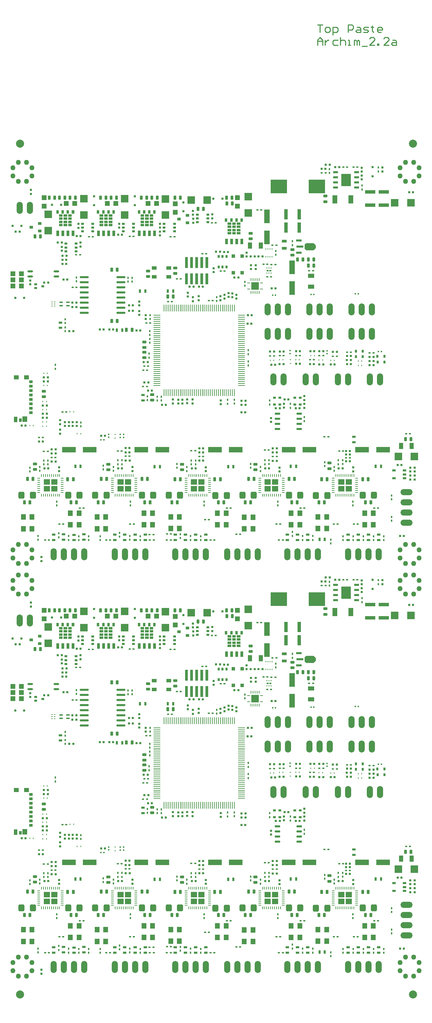
<source format=gtp>
G04*
G04 #@! TF.GenerationSoftware,Altium Limited,Altium Designer,18.1.9 (240)*
G04*
G04 Layer_Color=8421504*
%FSLAX25Y25*%
%MOIN*%
G70*
G01*
G75*
G04:AMPARAMS|DCode=11|XSize=78.74mil|YSize=78.74mil|CornerRadius=39.37mil|HoleSize=0mil|Usage=FLASHONLY|Rotation=90.000|XOffset=0mil|YOffset=0mil|HoleType=Round|Shape=RoundedRectangle|*
%AMROUNDEDRECTD11*
21,1,0.07874,0.00000,0,0,90.0*
21,1,0.00000,0.07874,0,0,90.0*
1,1,0.07874,0.00000,0.00000*
1,1,0.07874,0.00000,0.00000*
1,1,0.07874,0.00000,0.00000*
1,1,0.07874,0.00000,0.00000*
%
%ADD11ROUNDEDRECTD11*%
%ADD12C,0.01000*%
%ADD159C,0.05000*%
%ADD187O,0.05900X0.11900*%
%ADD188R,0.06181X0.05276*%
%ADD189O,0.11900X0.05900*%
%ADD190R,0.02359X0.01181*%
%ADD191R,0.01201X0.01024*%
%ADD192R,0.01454X0.01454*%
G04:AMPARAMS|DCode=193|XSize=20mil|YSize=22mil|CornerRadius=3.4mil|HoleSize=0mil|Usage=FLASHONLY|Rotation=180.000|XOffset=0mil|YOffset=0mil|HoleType=Round|Shape=RoundedRectangle|*
%AMROUNDEDRECTD193*
21,1,0.02000,0.01520,0,0,180.0*
21,1,0.01320,0.02200,0,0,180.0*
1,1,0.00680,-0.00660,0.00760*
1,1,0.00680,0.00660,0.00760*
1,1,0.00680,0.00660,-0.00760*
1,1,0.00680,-0.00660,-0.00760*
%
%ADD193ROUNDEDRECTD193*%
%ADD194R,0.01454X0.01454*%
%ADD195R,0.00984X0.01378*%
G04:AMPARAMS|DCode=196|XSize=20mil|YSize=22mil|CornerRadius=3.4mil|HoleSize=0mil|Usage=FLASHONLY|Rotation=90.000|XOffset=0mil|YOffset=0mil|HoleType=Round|Shape=RoundedRectangle|*
%AMROUNDEDRECTD196*
21,1,0.02000,0.01520,0,0,90.0*
21,1,0.01320,0.02200,0,0,90.0*
1,1,0.00680,0.00760,0.00660*
1,1,0.00680,0.00760,-0.00660*
1,1,0.00680,-0.00760,-0.00660*
1,1,0.00680,-0.00760,0.00660*
%
%ADD196ROUNDEDRECTD196*%
%ADD197R,0.02438X0.03265*%
%ADD198R,0.03737X0.01965*%
%ADD199R,0.02600X0.05400*%
%ADD200R,0.05312X0.13186*%
%ADD201R,0.03343X0.05312*%
%ADD202R,0.02531X0.03737*%
%ADD203R,0.04524X0.05509*%
%ADD204R,0.04524X0.04328*%
%ADD205R,0.04524X0.03934*%
%ADD206R,0.03737X0.02556*%
%ADD207R,0.07700X0.07700*%
%ADD208O,0.05706X0.02162*%
%ADD209R,0.02753X0.10824*%
%ADD210R,0.00902X0.01375*%
%ADD211O,0.00781X0.06887*%
%ADD212O,0.06887X0.00781*%
%ADD213R,0.04524X0.03343*%
%ADD214O,0.08855X0.02162*%
G04:AMPARAMS|DCode=215|XSize=27.13mil|YSize=37.37mil|CornerRadius=4.83mil|HoleSize=0mil|Usage=FLASHONLY|Rotation=0.000|XOffset=0mil|YOffset=0mil|HoleType=Round|Shape=RoundedRectangle|*
%AMROUNDEDRECTD215*
21,1,0.02713,0.02772,0,0,0.0*
21,1,0.01748,0.03737,0,0,0.0*
1,1,0.00965,0.00874,-0.01386*
1,1,0.00965,-0.00874,-0.01386*
1,1,0.00965,-0.00874,0.01386*
1,1,0.00965,0.00874,0.01386*
%
%ADD215ROUNDEDRECTD215*%
%ADD216R,0.04600X0.04600*%
%ADD217R,0.04600X0.04600*%
%ADD218R,0.01965X0.01769*%
%ADD219R,0.04131X0.06493*%
G04:AMPARAMS|DCode=220|XSize=27.13mil|YSize=37.37mil|CornerRadius=4.83mil|HoleSize=0mil|Usage=FLASHONLY|Rotation=90.000|XOffset=0mil|YOffset=0mil|HoleType=Round|Shape=RoundedRectangle|*
%AMROUNDEDRECTD220*
21,1,0.02713,0.02772,0,0,90.0*
21,1,0.01748,0.03737,0,0,90.0*
1,1,0.00965,0.01386,0.00874*
1,1,0.00965,0.01386,-0.00874*
1,1,0.00965,-0.01386,-0.00874*
1,1,0.00965,-0.01386,0.00874*
%
%ADD220ROUNDEDRECTD220*%
%ADD221R,0.02162X0.03147*%
%ADD222R,0.03400X0.03000*%
%ADD223R,0.03737X0.03343*%
%ADD224R,0.03343X0.01375*%
%ADD225R,0.02200X0.02200*%
%ADD226O,0.00902X0.02950*%
%ADD227O,0.02950X0.00902*%
%ADD228R,0.07800X0.07800*%
%ADD229R,0.13186X0.05312*%
%ADD230R,0.02162X0.02950*%
G04:AMPARAMS|DCode=231|XSize=61mil|YSize=69mil|CornerRadius=14.75mil|HoleSize=0mil|Usage=FLASHONLY|Rotation=0.000|XOffset=0mil|YOffset=0mil|HoleType=Round|Shape=RoundedRectangle|*
%AMROUNDEDRECTD231*
21,1,0.06100,0.03950,0,0,0.0*
21,1,0.03150,0.06900,0,0,0.0*
1,1,0.02950,0.01575,-0.01975*
1,1,0.02950,-0.01575,-0.01975*
1,1,0.02950,-0.01575,0.01975*
1,1,0.02950,0.01575,0.01975*
%
%ADD231ROUNDEDRECTD231*%
%ADD232O,0.03147X0.00784*%
%ADD233O,0.00784X0.03147*%
%ADD234R,0.02950X0.01965*%
%ADD235O,0.05509X0.01965*%
%ADD236R,0.03265X0.02438*%
%ADD237R,0.04918X0.05312*%
%ADD238R,0.10430X0.03540*%
%ADD239R,0.04800X0.08100*%
%ADD240R,0.15942X0.13580*%
%ADD241R,0.09249X0.12005*%
%ADD242R,0.04721X0.01965*%
%ADD243R,0.04721X0.02950*%
%ADD244R,0.05312X0.02162*%
%ADD245R,0.06887X0.02162*%
%ADD246R,0.00784X0.01769*%
%ADD247R,0.01378X0.00984*%
%ADD248R,0.03540X0.10430*%
%ADD249R,0.02950X0.02162*%
%ADD250R,0.02200X0.02200*%
%ADD251R,0.03147X0.02162*%
%ADD252R,0.06493X0.04131*%
%ADD253R,0.07700X0.07700*%
%ADD254R,0.01769X0.01965*%
G36*
X171155Y779277D02*
X168793D01*
Y782821D01*
X171155D01*
Y779277D01*
D02*
G37*
G36*
X166037D02*
X163675D01*
Y782821D01*
X166037D01*
Y779277D01*
D02*
G37*
G36*
X161017D02*
X158655D01*
Y782821D01*
X161017D01*
Y779277D01*
D02*
G37*
G36*
X155899D02*
X153537D01*
Y782821D01*
X155899D01*
Y779277D01*
D02*
G37*
G36*
X131055D02*
X128693D01*
Y782821D01*
X131055D01*
Y779277D01*
D02*
G37*
G36*
X125937D02*
X123575D01*
Y782821D01*
X125937D01*
Y779277D01*
D02*
G37*
G36*
X120917D02*
X118555D01*
Y782821D01*
X120917D01*
Y779277D01*
D02*
G37*
G36*
X115799D02*
X113437D01*
Y782821D01*
X115799D01*
Y779277D01*
D02*
G37*
G36*
X91205D02*
X88842D01*
Y782821D01*
X91205D01*
Y779277D01*
D02*
G37*
G36*
X86087D02*
X83724D01*
Y782821D01*
X86087D01*
Y779277D01*
D02*
G37*
G36*
X81067D02*
X78705D01*
Y782821D01*
X81067D01*
Y779277D01*
D02*
G37*
G36*
X75949D02*
X73587D01*
Y782821D01*
X75949D01*
Y779277D01*
D02*
G37*
G36*
X168793Y776325D02*
X165250D01*
Y778687D01*
X168793D01*
Y776325D01*
D02*
G37*
G36*
X164265D02*
X160722D01*
Y778687D01*
X164265D01*
Y776325D01*
D02*
G37*
G36*
X159738D02*
X156194D01*
Y778687D01*
X159738D01*
Y776325D01*
D02*
G37*
G36*
X128693D02*
X125150D01*
Y778687D01*
X128693D01*
Y776325D01*
D02*
G37*
G36*
X124165D02*
X120622D01*
Y778687D01*
X124165D01*
Y776325D01*
D02*
G37*
G36*
X119638D02*
X116095D01*
Y778687D01*
X119638D01*
Y776325D01*
D02*
G37*
G36*
X88842D02*
X85299D01*
Y778687D01*
X88842D01*
Y776325D01*
D02*
G37*
G36*
X84315D02*
X80772D01*
Y778687D01*
X84315D01*
Y776325D01*
D02*
G37*
G36*
X79787D02*
X76244D01*
Y778687D01*
X79787D01*
Y776325D01*
D02*
G37*
G36*
X168793Y773273D02*
X165250D01*
Y775636D01*
X168793D01*
Y773273D01*
D02*
G37*
G36*
X164265D02*
X160722D01*
Y775636D01*
X164265D01*
Y773273D01*
D02*
G37*
G36*
X159738D02*
X156194D01*
Y775636D01*
X159738D01*
Y773273D01*
D02*
G37*
G36*
X128693D02*
X125150D01*
Y775636D01*
X128693D01*
Y773273D01*
D02*
G37*
G36*
X124165D02*
X120622D01*
Y775636D01*
X124165D01*
Y773273D01*
D02*
G37*
G36*
X119638D02*
X116095D01*
Y775636D01*
X119638D01*
Y773273D01*
D02*
G37*
G36*
X88842D02*
X85299D01*
Y775636D01*
X88842D01*
Y773273D01*
D02*
G37*
G36*
X84315D02*
X80772D01*
Y775636D01*
X84315D01*
Y773273D01*
D02*
G37*
G36*
X79787D02*
X76244D01*
Y775636D01*
X79787D01*
Y773273D01*
D02*
G37*
G36*
X256705Y771277D02*
X254343D01*
Y774821D01*
X256705D01*
Y771277D01*
D02*
G37*
G36*
X251587D02*
X249224D01*
Y774821D01*
X251587D01*
Y771277D01*
D02*
G37*
G36*
X246567D02*
X244205D01*
Y774821D01*
X246567D01*
Y771277D01*
D02*
G37*
G36*
X241449D02*
X239087D01*
Y774821D01*
X241449D01*
Y771277D01*
D02*
G37*
G36*
X168793Y770124D02*
X165250D01*
Y772486D01*
X168793D01*
Y770124D01*
D02*
G37*
G36*
X164265D02*
X160722D01*
Y772486D01*
X164265D01*
Y770124D01*
D02*
G37*
G36*
X159738D02*
X156194D01*
Y772486D01*
X159738D01*
Y770124D01*
D02*
G37*
G36*
X128693D02*
X125150D01*
Y772486D01*
X128693D01*
Y770124D01*
D02*
G37*
G36*
X124165D02*
X120622D01*
Y772486D01*
X124165D01*
Y770124D01*
D02*
G37*
G36*
X119638D02*
X116095D01*
Y772486D01*
X119638D01*
Y770124D01*
D02*
G37*
G36*
X88842D02*
X85299D01*
Y772486D01*
X88842D01*
Y770124D01*
D02*
G37*
G36*
X84315D02*
X80772D01*
Y772486D01*
X84315D01*
Y770124D01*
D02*
G37*
G36*
X79787D02*
X76244D01*
Y772486D01*
X79787D01*
Y770124D01*
D02*
G37*
G36*
X254343Y768325D02*
X250799D01*
Y770687D01*
X254343D01*
Y768325D01*
D02*
G37*
G36*
X249815D02*
X246272D01*
Y770687D01*
X249815D01*
Y768325D01*
D02*
G37*
G36*
X245287D02*
X241744D01*
Y770687D01*
X245287D01*
Y768325D01*
D02*
G37*
G36*
X168793Y767073D02*
X165250D01*
Y769435D01*
X168793D01*
Y767073D01*
D02*
G37*
G36*
X164265D02*
X160722D01*
Y769435D01*
X164265D01*
Y767073D01*
D02*
G37*
G36*
X159738D02*
X156194D01*
Y769435D01*
X159738D01*
Y767073D01*
D02*
G37*
G36*
X128693D02*
X125150D01*
Y769435D01*
X128693D01*
Y767073D01*
D02*
G37*
G36*
X124165D02*
X120622D01*
Y769435D01*
X124165D01*
Y767073D01*
D02*
G37*
G36*
X119638D02*
X116095D01*
Y769435D01*
X119638D01*
Y767073D01*
D02*
G37*
G36*
X88842D02*
X85299D01*
Y769435D01*
X88842D01*
Y767073D01*
D02*
G37*
G36*
X84315D02*
X80772D01*
Y769435D01*
X84315D01*
Y767073D01*
D02*
G37*
G36*
X79787D02*
X76244D01*
Y769435D01*
X79787D01*
Y767073D01*
D02*
G37*
G36*
X254343Y765273D02*
X250799D01*
Y767636D01*
X254343D01*
Y765273D01*
D02*
G37*
G36*
X249815D02*
X246272D01*
Y767636D01*
X249815D01*
Y765273D01*
D02*
G37*
G36*
X245287D02*
X241744D01*
Y767636D01*
X245287D01*
Y765273D01*
D02*
G37*
G36*
X254343Y762124D02*
X250799D01*
Y764486D01*
X254343D01*
Y762124D01*
D02*
G37*
G36*
X249815D02*
X246272D01*
Y764486D01*
X249815D01*
Y762124D01*
D02*
G37*
G36*
X245287D02*
X241744D01*
Y764486D01*
X245287D01*
Y762124D01*
D02*
G37*
G36*
X254343Y759073D02*
X250799D01*
Y761435D01*
X254343D01*
Y759073D01*
D02*
G37*
G36*
X249815D02*
X246272D01*
Y761435D01*
X249815D01*
Y759073D01*
D02*
G37*
G36*
X245287D02*
X241744D01*
Y761435D01*
X245287D01*
Y759073D01*
D02*
G37*
G36*
X328446Y748227D02*
X328447Y745828D01*
X326146Y743528D01*
X318647Y743528D01*
X317247Y744928D01*
X317246Y749127D01*
X318646Y750527D01*
X326147Y750528D01*
X328446Y748227D01*
D02*
G37*
G36*
X171155Y374277D02*
X168793D01*
Y377821D01*
X171155D01*
Y374277D01*
D02*
G37*
G36*
X166037D02*
X163675D01*
Y377821D01*
X166037D01*
Y374277D01*
D02*
G37*
G36*
X161017D02*
X158655D01*
Y377821D01*
X161017D01*
Y374277D01*
D02*
G37*
G36*
X155899D02*
X153537D01*
Y377821D01*
X155899D01*
Y374277D01*
D02*
G37*
G36*
X131055D02*
X128693D01*
Y377821D01*
X131055D01*
Y374277D01*
D02*
G37*
G36*
X125937D02*
X123575D01*
Y377821D01*
X125937D01*
Y374277D01*
D02*
G37*
G36*
X120917D02*
X118555D01*
Y377821D01*
X120917D01*
Y374277D01*
D02*
G37*
G36*
X115799D02*
X113437D01*
Y377821D01*
X115799D01*
Y374277D01*
D02*
G37*
G36*
X91205D02*
X88842D01*
Y377821D01*
X91205D01*
Y374277D01*
D02*
G37*
G36*
X86087D02*
X83724D01*
Y377821D01*
X86087D01*
Y374277D01*
D02*
G37*
G36*
X81067D02*
X78705D01*
Y377821D01*
X81067D01*
Y374277D01*
D02*
G37*
G36*
X75949D02*
X73587D01*
Y377821D01*
X75949D01*
Y374277D01*
D02*
G37*
G36*
X168793Y371324D02*
X165250D01*
Y373687D01*
X168793D01*
Y371324D01*
D02*
G37*
G36*
X164265D02*
X160722D01*
Y373687D01*
X164265D01*
Y371324D01*
D02*
G37*
G36*
X159738D02*
X156194D01*
Y373687D01*
X159738D01*
Y371324D01*
D02*
G37*
G36*
X128693D02*
X125150D01*
Y373687D01*
X128693D01*
Y371324D01*
D02*
G37*
G36*
X124165D02*
X120622D01*
Y373687D01*
X124165D01*
Y371324D01*
D02*
G37*
G36*
X119638D02*
X116095D01*
Y373687D01*
X119638D01*
Y371324D01*
D02*
G37*
G36*
X88842D02*
X85299D01*
Y373687D01*
X88842D01*
Y371324D01*
D02*
G37*
G36*
X84315D02*
X80772D01*
Y373687D01*
X84315D01*
Y371324D01*
D02*
G37*
G36*
X79787D02*
X76244D01*
Y373687D01*
X79787D01*
Y371324D01*
D02*
G37*
G36*
X168793Y368273D02*
X165250D01*
Y370636D01*
X168793D01*
Y368273D01*
D02*
G37*
G36*
X164265D02*
X160722D01*
Y370636D01*
X164265D01*
Y368273D01*
D02*
G37*
G36*
X159738D02*
X156194D01*
Y370636D01*
X159738D01*
Y368273D01*
D02*
G37*
G36*
X128693D02*
X125150D01*
Y370636D01*
X128693D01*
Y368273D01*
D02*
G37*
G36*
X124165D02*
X120622D01*
Y370636D01*
X124165D01*
Y368273D01*
D02*
G37*
G36*
X119638D02*
X116095D01*
Y370636D01*
X119638D01*
Y368273D01*
D02*
G37*
G36*
X88842D02*
X85299D01*
Y370636D01*
X88842D01*
Y368273D01*
D02*
G37*
G36*
X84315D02*
X80772D01*
Y370636D01*
X84315D01*
Y368273D01*
D02*
G37*
G36*
X79787D02*
X76244D01*
Y370636D01*
X79787D01*
Y368273D01*
D02*
G37*
G36*
X256705Y366277D02*
X254343D01*
Y369821D01*
X256705D01*
Y366277D01*
D02*
G37*
G36*
X251587D02*
X249224D01*
Y369821D01*
X251587D01*
Y366277D01*
D02*
G37*
G36*
X246567D02*
X244205D01*
Y369821D01*
X246567D01*
Y366277D01*
D02*
G37*
G36*
X241449D02*
X239087D01*
Y369821D01*
X241449D01*
Y366277D01*
D02*
G37*
G36*
X168793Y365124D02*
X165250D01*
Y367486D01*
X168793D01*
Y365124D01*
D02*
G37*
G36*
X164265D02*
X160722D01*
Y367486D01*
X164265D01*
Y365124D01*
D02*
G37*
G36*
X159738D02*
X156194D01*
Y367486D01*
X159738D01*
Y365124D01*
D02*
G37*
G36*
X128693D02*
X125150D01*
Y367486D01*
X128693D01*
Y365124D01*
D02*
G37*
G36*
X124165D02*
X120622D01*
Y367486D01*
X124165D01*
Y365124D01*
D02*
G37*
G36*
X119638D02*
X116095D01*
Y367486D01*
X119638D01*
Y365124D01*
D02*
G37*
G36*
X88842D02*
X85299D01*
Y367486D01*
X88842D01*
Y365124D01*
D02*
G37*
G36*
X84315D02*
X80772D01*
Y367486D01*
X84315D01*
Y365124D01*
D02*
G37*
G36*
X79787D02*
X76244D01*
Y367486D01*
X79787D01*
Y365124D01*
D02*
G37*
G36*
X254343Y363324D02*
X250799D01*
Y365687D01*
X254343D01*
Y363324D01*
D02*
G37*
G36*
X249815D02*
X246272D01*
Y365687D01*
X249815D01*
Y363324D01*
D02*
G37*
G36*
X245287D02*
X241744D01*
Y365687D01*
X245287D01*
Y363324D01*
D02*
G37*
G36*
X168793Y362073D02*
X165250D01*
Y364435D01*
X168793D01*
Y362073D01*
D02*
G37*
G36*
X164265D02*
X160722D01*
Y364435D01*
X164265D01*
Y362073D01*
D02*
G37*
G36*
X159738D02*
X156194D01*
Y364435D01*
X159738D01*
Y362073D01*
D02*
G37*
G36*
X128693D02*
X125150D01*
Y364435D01*
X128693D01*
Y362073D01*
D02*
G37*
G36*
X124165D02*
X120622D01*
Y364435D01*
X124165D01*
Y362073D01*
D02*
G37*
G36*
X119638D02*
X116095D01*
Y364435D01*
X119638D01*
Y362073D01*
D02*
G37*
G36*
X88842D02*
X85299D01*
Y364435D01*
X88842D01*
Y362073D01*
D02*
G37*
G36*
X84315D02*
X80772D01*
Y364435D01*
X84315D01*
Y362073D01*
D02*
G37*
G36*
X79787D02*
X76244D01*
Y364435D01*
X79787D01*
Y362073D01*
D02*
G37*
G36*
X254343Y360273D02*
X250799D01*
Y362636D01*
X254343D01*
Y360273D01*
D02*
G37*
G36*
X249815D02*
X246272D01*
Y362636D01*
X249815D01*
Y360273D01*
D02*
G37*
G36*
X245287D02*
X241744D01*
Y362636D01*
X245287D01*
Y360273D01*
D02*
G37*
G36*
X254343Y357124D02*
X250799D01*
Y359486D01*
X254343D01*
Y357124D01*
D02*
G37*
G36*
X249815D02*
X246272D01*
Y359486D01*
X249815D01*
Y357124D01*
D02*
G37*
G36*
X245287D02*
X241744D01*
Y359486D01*
X245287D01*
Y357124D01*
D02*
G37*
G36*
X254343Y354073D02*
X250799D01*
Y356435D01*
X254343D01*
Y354073D01*
D02*
G37*
G36*
X249815D02*
X246272D01*
Y356435D01*
X249815D01*
Y354073D01*
D02*
G37*
G36*
X245287D02*
X241744D01*
Y356435D01*
X245287D01*
Y354073D01*
D02*
G37*
G36*
X328446Y343227D02*
X328447Y340828D01*
X326146Y338527D01*
X318647Y338528D01*
X317247Y339928D01*
X317246Y344127D01*
X318646Y345527D01*
X326147Y345528D01*
X328446Y343227D01*
D02*
G37*
G54D11*
X37894Y12894D02*
D03*
X423780Y13189D02*
D03*
Y847974D02*
D03*
X37894D02*
D03*
G54D12*
X329869Y964837D02*
X334868D01*
X332369D01*
Y957340D01*
X338617D02*
X341116D01*
X342365Y958589D01*
Y961089D01*
X341116Y962338D01*
X338617D01*
X337367Y961089D01*
Y958589D01*
X338617Y957340D01*
X344865Y954841D02*
Y962338D01*
X348613D01*
X349863Y961089D01*
Y958589D01*
X348613Y957340D01*
X344865D01*
X359860D02*
Y964837D01*
X363609D01*
X364858Y963588D01*
Y961089D01*
X363609Y959839D01*
X359860D01*
X368607Y962338D02*
X371106D01*
X372356Y961089D01*
Y957340D01*
X368607D01*
X367357Y958589D01*
X368607Y959839D01*
X372356D01*
X374855Y957340D02*
X378604D01*
X379853Y958589D01*
X378604Y959839D01*
X376104D01*
X374855Y961089D01*
X376104Y962338D01*
X379853D01*
X383602Y963588D02*
Y962338D01*
X382352D01*
X384852D01*
X383602D01*
Y958589D01*
X384852Y957340D01*
X392349D02*
X389850D01*
X388600Y958589D01*
Y961089D01*
X389850Y962338D01*
X392349D01*
X393599Y961089D01*
Y959839D01*
X388600D01*
X329869Y944840D02*
Y949838D01*
X332369Y952337D01*
X334868Y949838D01*
Y944840D01*
Y948589D01*
X329869D01*
X337367Y949838D02*
Y944840D01*
Y947339D01*
X338617Y948589D01*
X339866Y949838D01*
X341116D01*
X349863D02*
X346114D01*
X344865Y948589D01*
Y946089D01*
X346114Y944840D01*
X349863D01*
X352362Y952337D02*
Y944840D01*
Y948589D01*
X353612Y949838D01*
X356111D01*
X357361Y948589D01*
Y944840D01*
X359860D02*
X362359D01*
X361109D01*
Y949838D01*
X359860D01*
X366108Y944840D02*
Y949838D01*
X367357D01*
X368607Y948589D01*
Y944840D01*
Y948589D01*
X369857Y949838D01*
X371106Y948589D01*
Y944840D01*
X373605Y943590D02*
X378604D01*
X386101Y944840D02*
X381103D01*
X386101Y949838D01*
Y951088D01*
X384852Y952337D01*
X382352D01*
X381103Y951088D01*
X388600Y944840D02*
Y946089D01*
X389850D01*
Y944840D01*
X388600D01*
X399847D02*
X394848D01*
X399847Y949838D01*
Y951088D01*
X398597Y952337D01*
X396098D01*
X394848Y951088D01*
X403596Y949838D02*
X406095D01*
X407344Y948589D01*
Y944840D01*
X403596D01*
X402346Y946089D01*
X403596Y947339D01*
X407344D01*
G54D159*
X424331Y30945D02*
D03*
X416457D02*
D03*
X410945Y36457D02*
D03*
Y44331D02*
D03*
X416457Y49843D02*
D03*
X424331D02*
D03*
X429843Y44331D02*
D03*
Y36457D02*
D03*
X49843D02*
D03*
Y44331D02*
D03*
X44331Y49843D02*
D03*
X36457D02*
D03*
X30945Y44331D02*
D03*
Y36457D02*
D03*
X36457Y30945D02*
D03*
X44331D02*
D03*
X49843Y411457D02*
D03*
Y419331D02*
D03*
X44331Y424843D02*
D03*
X36457D02*
D03*
X30945Y419331D02*
D03*
Y411457D02*
D03*
X36457Y405945D02*
D03*
X44331D02*
D03*
X429843Y411457D02*
D03*
Y419331D02*
D03*
X424331Y424843D02*
D03*
X416457D02*
D03*
X410945Y419331D02*
D03*
Y411457D02*
D03*
X416457Y405945D02*
D03*
X424331D02*
D03*
Y435945D02*
D03*
X416457D02*
D03*
X410945Y441457D02*
D03*
Y449331D02*
D03*
X416457Y454843D02*
D03*
X424331D02*
D03*
X429843Y449331D02*
D03*
Y441457D02*
D03*
X49843D02*
D03*
Y449331D02*
D03*
X44331Y454843D02*
D03*
X36457D02*
D03*
X30945Y449331D02*
D03*
Y441457D02*
D03*
X36457Y435945D02*
D03*
X44331D02*
D03*
X49843Y816457D02*
D03*
Y824331D02*
D03*
X44331Y829842D02*
D03*
X36457D02*
D03*
X30945Y824331D02*
D03*
Y816457D02*
D03*
X36457Y810945D02*
D03*
X44331D02*
D03*
X429843Y816457D02*
D03*
Y824331D02*
D03*
X424331Y829842D02*
D03*
X416457D02*
D03*
X410945Y824331D02*
D03*
Y816457D02*
D03*
X416457Y810945D02*
D03*
X424331D02*
D03*
G54D187*
X291094Y256294D02*
D03*
X281094D02*
D03*
X301094D02*
D03*
X318394Y211694D02*
D03*
X328394D02*
D03*
X379894Y39894D02*
D03*
X389894D02*
D03*
X369894D02*
D03*
X359894D02*
D03*
X47794Y379894D02*
D03*
X37794D02*
D03*
X383194Y256294D02*
D03*
X363194D02*
D03*
X373194D02*
D03*
X342144D02*
D03*
X322144D02*
D03*
X332144D02*
D03*
X363194Y280294D02*
D03*
X383194D02*
D03*
X373194D02*
D03*
X322144D02*
D03*
X342144D02*
D03*
X332144D02*
D03*
X281094D02*
D03*
X301094D02*
D03*
X291094D02*
D03*
X391194Y211694D02*
D03*
X381194D02*
D03*
X359894D02*
D03*
X349894D02*
D03*
X296694D02*
D03*
X286694D02*
D03*
X300394Y39894D02*
D03*
X310394D02*
D03*
X330394D02*
D03*
X320394D02*
D03*
X241394D02*
D03*
X251394D02*
D03*
X271394D02*
D03*
X261394D02*
D03*
X190394D02*
D03*
X200394D02*
D03*
X220394D02*
D03*
X210394D02*
D03*
X130894D02*
D03*
X140894D02*
D03*
X160894D02*
D03*
X150894D02*
D03*
X70894D02*
D03*
X80894D02*
D03*
X100894D02*
D03*
X90894D02*
D03*
X291094Y661294D02*
D03*
X281094D02*
D03*
X301094D02*
D03*
X318394Y616694D02*
D03*
X328394D02*
D03*
X379894Y444894D02*
D03*
X389894D02*
D03*
X369894D02*
D03*
X359894D02*
D03*
X47794Y784894D02*
D03*
X37794D02*
D03*
X383194Y661294D02*
D03*
X363194D02*
D03*
X373194D02*
D03*
X342144D02*
D03*
X322144D02*
D03*
X332144D02*
D03*
X363194Y685294D02*
D03*
X383194D02*
D03*
X373194D02*
D03*
X322144D02*
D03*
X342144D02*
D03*
X332144D02*
D03*
X281094D02*
D03*
X301094D02*
D03*
X291094D02*
D03*
X391194Y616694D02*
D03*
X381194D02*
D03*
X359894D02*
D03*
X349894D02*
D03*
X296694D02*
D03*
X286694D02*
D03*
X300394Y444894D02*
D03*
X310394D02*
D03*
X330394D02*
D03*
X320394D02*
D03*
X241394D02*
D03*
X251394D02*
D03*
X271394D02*
D03*
X261394D02*
D03*
X190394D02*
D03*
X200394D02*
D03*
X220394D02*
D03*
X210394D02*
D03*
X130894D02*
D03*
X140894D02*
D03*
X160894D02*
D03*
X150894D02*
D03*
X70894D02*
D03*
X80894D02*
D03*
X100894D02*
D03*
X90894D02*
D03*
G54D188*
X216150Y104425D02*
D03*
X208782Y110887D02*
D03*
X208784Y104429D02*
D03*
X216151Y110886D02*
D03*
X71662D02*
D03*
X64296Y104429D02*
D03*
X64294Y110887D02*
D03*
X71662Y104425D02*
D03*
X288394D02*
D03*
X281026Y110887D02*
D03*
X281028Y104429D02*
D03*
X288395Y110886D02*
D03*
X360639D02*
D03*
X353272Y104429D02*
D03*
X353270Y110887D02*
D03*
X360638Y104425D02*
D03*
X143906D02*
D03*
X136538Y110887D02*
D03*
X136540Y104429D02*
D03*
X143907Y110886D02*
D03*
X216150Y509425D02*
D03*
X208782Y515887D02*
D03*
X208784Y509429D02*
D03*
X216151Y515886D02*
D03*
X71662D02*
D03*
X64296Y509429D02*
D03*
X64294Y515887D02*
D03*
X71662Y509425D02*
D03*
X288394D02*
D03*
X281026Y515887D02*
D03*
X281028Y509429D02*
D03*
X288395Y515886D02*
D03*
X360639D02*
D03*
X353272Y509429D02*
D03*
X353270Y515887D02*
D03*
X360638Y509425D02*
D03*
X143906D02*
D03*
X136538Y515887D02*
D03*
X136540Y509429D02*
D03*
X143907Y515886D02*
D03*
G54D189*
X417194Y70894D02*
D03*
Y80894D02*
D03*
Y100894D02*
D03*
Y90894D02*
D03*
Y475894D02*
D03*
Y485894D02*
D03*
Y505894D02*
D03*
Y495894D02*
D03*
G54D190*
X283838Y318454D02*
D03*
X281079D02*
D03*
X283838Y723454D02*
D03*
X281079D02*
D03*
G54D191*
X69365Y287643D02*
D03*
X69365Y285675D02*
D03*
Y283706D02*
D03*
X72021Y283706D02*
D03*
Y285675D02*
D03*
X72020Y287643D02*
D03*
X69365Y692643D02*
D03*
X69365Y690675D02*
D03*
Y688706D02*
D03*
X72021Y688706D02*
D03*
Y690675D02*
D03*
X72020Y692643D02*
D03*
G54D192*
X139555Y154862D02*
D03*
Y157618D02*
D03*
X136307Y154862D02*
D03*
Y157618D02*
D03*
X124890Y154961D02*
D03*
Y157717D02*
D03*
X339398Y239685D02*
D03*
Y236929D02*
D03*
X303177Y239882D02*
D03*
Y237126D02*
D03*
X139555Y559862D02*
D03*
Y562618D02*
D03*
X136307Y559862D02*
D03*
Y562618D02*
D03*
X124890Y559961D02*
D03*
Y562717D02*
D03*
X339398Y644685D02*
D03*
Y641929D02*
D03*
X303177Y644882D02*
D03*
Y642126D02*
D03*
G54D193*
X121366Y156535D02*
D03*
X117576D02*
D03*
X177232Y186654D02*
D03*
X181022D02*
D03*
X412394Y127742D02*
D03*
X408604D02*
D03*
X414683Y58194D02*
D03*
X410894D02*
D03*
X37547Y356713D02*
D03*
X33757D02*
D03*
X423642Y395457D02*
D03*
X419852D02*
D03*
X86421Y259169D02*
D03*
X90211D02*
D03*
X56575Y150689D02*
D03*
X60365D02*
D03*
X351248Y420079D02*
D03*
X347458D02*
D03*
X272104Y332242D02*
D03*
X275894D02*
D03*
X163885Y208592D02*
D03*
X160095D02*
D03*
X361841Y131398D02*
D03*
X358051D02*
D03*
X265394Y274794D02*
D03*
X261604D02*
D03*
X163194Y228642D02*
D03*
X159404D02*
D03*
X116194Y260794D02*
D03*
X119983D02*
D03*
X129394D02*
D03*
X125604D02*
D03*
X261218Y266260D02*
D03*
X265008D02*
D03*
X361841Y138091D02*
D03*
X358051D02*
D03*
X255409Y186819D02*
D03*
X259198D02*
D03*
X259207Y190793D02*
D03*
X255418D02*
D03*
X255389Y179340D02*
D03*
X259178D02*
D03*
X312700Y239282D02*
D03*
X308910D02*
D03*
X301446Y191916D02*
D03*
X297656D02*
D03*
X248494Y311794D02*
D03*
X252284D02*
D03*
X163698Y200807D02*
D03*
X167488D02*
D03*
X61394Y213842D02*
D03*
X65184D02*
D03*
X61394Y209742D02*
D03*
X65184D02*
D03*
X60495Y186142D02*
D03*
X64284D02*
D03*
X64294Y173942D02*
D03*
X60504D02*
D03*
X64294Y177942D02*
D03*
X60504D02*
D03*
X322989Y239253D02*
D03*
X326779D02*
D03*
X79708Y324988D02*
D03*
X83498D02*
D03*
X79709Y329094D02*
D03*
X83499D02*
D03*
X134250Y353760D02*
D03*
X138039D02*
D03*
X93597Y352486D02*
D03*
X97387D02*
D03*
X83526Y333084D02*
D03*
X79737D02*
D03*
X89494Y282694D02*
D03*
X93283D02*
D03*
X89494Y287094D02*
D03*
X93283D02*
D03*
X144994Y284394D02*
D03*
X148784D02*
D03*
X144894Y278894D02*
D03*
X148684D02*
D03*
X155994Y259694D02*
D03*
X152204D02*
D03*
X234294Y337042D02*
D03*
X230504D02*
D03*
X284994Y300942D02*
D03*
X288784D02*
D03*
X296620Y226575D02*
D03*
X292830D02*
D03*
X296641Y239153D02*
D03*
X292851D02*
D03*
X288469Y225996D02*
D03*
X284679D02*
D03*
X75094Y345994D02*
D03*
X78883D02*
D03*
X335530Y226439D02*
D03*
X331740D02*
D03*
X322635Y226791D02*
D03*
X326425D02*
D03*
X312687Y226908D02*
D03*
X308898D02*
D03*
X61994Y124342D02*
D03*
X65784D02*
D03*
X72894Y139042D02*
D03*
X69104D02*
D03*
X213894Y144142D02*
D03*
X217684D02*
D03*
X141694Y144242D02*
D03*
X145484D02*
D03*
X39663Y166260D02*
D03*
X43453D02*
D03*
X69094Y143142D02*
D03*
X72883D02*
D03*
X287267Y238948D02*
D03*
X283477D02*
D03*
X238294Y336842D02*
D03*
X242084D02*
D03*
X213694Y302694D02*
D03*
X217483D02*
D03*
X208294Y302594D02*
D03*
X204504D02*
D03*
X292846Y183264D02*
D03*
X289056D02*
D03*
X286094Y144142D02*
D03*
X289883D02*
D03*
X289894Y139942D02*
D03*
X286104D02*
D03*
X289894Y131742D02*
D03*
X286104D02*
D03*
X278594Y124542D02*
D03*
X282383D02*
D03*
X348945Y238610D02*
D03*
X345156D02*
D03*
X346836Y226442D02*
D03*
X343046D02*
D03*
X312361Y183288D02*
D03*
X308571D02*
D03*
X358041Y141437D02*
D03*
X361831D02*
D03*
X358836Y230728D02*
D03*
X362626D02*
D03*
X362656Y234567D02*
D03*
X358866D02*
D03*
X358856Y226791D02*
D03*
X362646D02*
D03*
X381100Y229843D02*
D03*
X384890D02*
D03*
X384900Y233780D02*
D03*
X381110D02*
D03*
X381100Y225807D02*
D03*
X384890D02*
D03*
X350794Y124542D02*
D03*
X354584D02*
D03*
X72894Y131142D02*
D03*
X69104D02*
D03*
X145494Y140142D02*
D03*
X141704D02*
D03*
X145594Y132042D02*
D03*
X141804D02*
D03*
X134294Y124442D02*
D03*
X138084D02*
D03*
X217694Y140042D02*
D03*
X213904D02*
D03*
X217794Y131942D02*
D03*
X214004D02*
D03*
X206594Y124442D02*
D03*
X210384D02*
D03*
X65550Y306808D02*
D03*
X61760D02*
D03*
X80707Y309658D02*
D03*
X84497D02*
D03*
X335568Y239216D02*
D03*
X331778D02*
D03*
X341908Y422244D02*
D03*
X338118D02*
D03*
X337828Y418212D02*
D03*
X334038D02*
D03*
X264394Y332342D02*
D03*
X268183D02*
D03*
X121366Y561536D02*
D03*
X117576D02*
D03*
X177232Y591654D02*
D03*
X181022D02*
D03*
X412394Y532742D02*
D03*
X408604D02*
D03*
X414683Y463194D02*
D03*
X410894D02*
D03*
X37547Y761713D02*
D03*
X33757D02*
D03*
X423642Y800457D02*
D03*
X419852D02*
D03*
X86421Y664169D02*
D03*
X90211D02*
D03*
X56575Y555689D02*
D03*
X60365D02*
D03*
X351248Y825079D02*
D03*
X347458D02*
D03*
X272104Y737242D02*
D03*
X275894D02*
D03*
X163885Y613592D02*
D03*
X160095D02*
D03*
X361841Y536398D02*
D03*
X358051D02*
D03*
X265394Y679794D02*
D03*
X261604D02*
D03*
X163194Y633642D02*
D03*
X159404D02*
D03*
X116194Y665794D02*
D03*
X119983D02*
D03*
X129394D02*
D03*
X125604D02*
D03*
X261218Y671260D02*
D03*
X265008D02*
D03*
X361841Y543090D02*
D03*
X358051D02*
D03*
X255409Y591819D02*
D03*
X259198D02*
D03*
X259207Y595793D02*
D03*
X255418D02*
D03*
X255389Y584340D02*
D03*
X259178D02*
D03*
X312700Y644281D02*
D03*
X308910D02*
D03*
X301446Y596916D02*
D03*
X297656D02*
D03*
X248494Y716794D02*
D03*
X252284D02*
D03*
X163698Y605807D02*
D03*
X167488D02*
D03*
X61394Y618842D02*
D03*
X65184D02*
D03*
X61394Y614742D02*
D03*
X65184D02*
D03*
X60495Y591142D02*
D03*
X64284D02*
D03*
X64294Y578942D02*
D03*
X60504D02*
D03*
X64294Y582942D02*
D03*
X60504D02*
D03*
X322989Y644253D02*
D03*
X326779D02*
D03*
X79708Y729988D02*
D03*
X83498D02*
D03*
X79709Y734094D02*
D03*
X83499D02*
D03*
X134250Y758760D02*
D03*
X138039D02*
D03*
X93597Y757486D02*
D03*
X97387D02*
D03*
X83526Y738084D02*
D03*
X79737D02*
D03*
X89494Y687694D02*
D03*
X93283D02*
D03*
X89494Y692094D02*
D03*
X93283D02*
D03*
X144994Y689394D02*
D03*
X148784D02*
D03*
X144894Y683894D02*
D03*
X148684D02*
D03*
X155994Y664694D02*
D03*
X152204D02*
D03*
X234294Y742042D02*
D03*
X230504D02*
D03*
X284994Y705942D02*
D03*
X288784D02*
D03*
X296620Y631575D02*
D03*
X292830D02*
D03*
X296641Y644153D02*
D03*
X292851D02*
D03*
X288469Y630996D02*
D03*
X284679D02*
D03*
X75094Y750994D02*
D03*
X78883D02*
D03*
X335530Y631439D02*
D03*
X331740D02*
D03*
X322635Y631791D02*
D03*
X326425D02*
D03*
X312687Y631908D02*
D03*
X308898D02*
D03*
X61994Y529342D02*
D03*
X65784D02*
D03*
X72894Y544042D02*
D03*
X69104D02*
D03*
X213894Y549142D02*
D03*
X217684D02*
D03*
X141694Y549242D02*
D03*
X145484D02*
D03*
X39663Y571260D02*
D03*
X43453D02*
D03*
X69094Y548142D02*
D03*
X72883D02*
D03*
X287267Y643948D02*
D03*
X283477D02*
D03*
X238294Y741842D02*
D03*
X242084D02*
D03*
X213694Y707694D02*
D03*
X217483D02*
D03*
X208294Y707594D02*
D03*
X204504D02*
D03*
X292846Y588264D02*
D03*
X289056D02*
D03*
X286094Y549142D02*
D03*
X289883D02*
D03*
X289894Y544942D02*
D03*
X286104D02*
D03*
X289894Y536742D02*
D03*
X286104D02*
D03*
X278594Y529542D02*
D03*
X282383D02*
D03*
X348945Y643610D02*
D03*
X345156D02*
D03*
X346836Y631442D02*
D03*
X343046D02*
D03*
X312361Y588287D02*
D03*
X308571D02*
D03*
X358041Y546437D02*
D03*
X361831D02*
D03*
X358836Y635728D02*
D03*
X362626D02*
D03*
X362656Y639567D02*
D03*
X358866D02*
D03*
X358856Y631791D02*
D03*
X362646D02*
D03*
X381100Y634843D02*
D03*
X384890D02*
D03*
X384900Y638780D02*
D03*
X381110D02*
D03*
X381100Y630807D02*
D03*
X384890D02*
D03*
X350794Y529542D02*
D03*
X354584D02*
D03*
X72894Y536142D02*
D03*
X69104D02*
D03*
X145494Y545142D02*
D03*
X141704D02*
D03*
X145594Y537042D02*
D03*
X141804D02*
D03*
X134294Y529442D02*
D03*
X138084D02*
D03*
X217694Y545042D02*
D03*
X213904D02*
D03*
X217794Y536942D02*
D03*
X214004D02*
D03*
X206594Y529442D02*
D03*
X210384D02*
D03*
X65550Y711808D02*
D03*
X61760D02*
D03*
X80707Y714657D02*
D03*
X84497D02*
D03*
X335568Y644216D02*
D03*
X331778D02*
D03*
X341908Y827244D02*
D03*
X338118D02*
D03*
X337828Y823212D02*
D03*
X334038D02*
D03*
X264394Y737342D02*
D03*
X268183D02*
D03*
G54D194*
X120264Y152500D02*
D03*
X117508D02*
D03*
X288779Y294508D02*
D03*
X286024D02*
D03*
X323524Y295000D02*
D03*
X326279D02*
D03*
X369882Y295591D02*
D03*
X367126D02*
D03*
X392547Y239095D02*
D03*
X389791D02*
D03*
X120264Y557500D02*
D03*
X117508D02*
D03*
X288779Y699508D02*
D03*
X286024D02*
D03*
X323524Y700000D02*
D03*
X326279D02*
D03*
X369882Y700591D02*
D03*
X367126D02*
D03*
X392547Y644095D02*
D03*
X389791D02*
D03*
G54D195*
X87094Y179961D02*
D03*
X90638D02*
D03*
X97626Y158406D02*
D03*
X94083D02*
D03*
X312090Y231117D02*
D03*
X308547D02*
D03*
X326933Y234967D02*
D03*
X323390D02*
D03*
X334941Y230763D02*
D03*
X331398D02*
D03*
X292556Y230890D02*
D03*
X296100D02*
D03*
X287097Y230510D02*
D03*
X283554D02*
D03*
X64765Y205635D02*
D03*
X61222D02*
D03*
X60422Y190142D02*
D03*
X63965D02*
D03*
Y165871D02*
D03*
X60422D02*
D03*
Y182042D02*
D03*
X63965D02*
D03*
Y169942D02*
D03*
X60422D02*
D03*
X342860Y230453D02*
D03*
X346403D02*
D03*
X373453Y225512D02*
D03*
X369910D02*
D03*
Y229646D02*
D03*
X373453D02*
D03*
X51144Y166447D02*
D03*
X47601D02*
D03*
X61222Y217842D02*
D03*
X64765D02*
D03*
X87094Y584961D02*
D03*
X90638D02*
D03*
X97626Y563406D02*
D03*
X94083D02*
D03*
X312090Y636117D02*
D03*
X308547D02*
D03*
X326933Y639967D02*
D03*
X323390D02*
D03*
X334941Y635763D02*
D03*
X331398D02*
D03*
X292556Y635890D02*
D03*
X296100D02*
D03*
X287097Y635510D02*
D03*
X283554D02*
D03*
X64765Y610635D02*
D03*
X61222D02*
D03*
X60422Y595142D02*
D03*
X63965D02*
D03*
Y570871D02*
D03*
X60422D02*
D03*
Y587042D02*
D03*
X63965D02*
D03*
Y574942D02*
D03*
X60422D02*
D03*
X342860Y635453D02*
D03*
X346403D02*
D03*
X373453Y630512D02*
D03*
X369910D02*
D03*
Y634646D02*
D03*
X373453D02*
D03*
X51144Y571447D02*
D03*
X47601D02*
D03*
X61222Y622842D02*
D03*
X64765D02*
D03*
G54D196*
X207370Y188110D02*
D03*
Y191900D02*
D03*
X188177Y191988D02*
D03*
Y188198D02*
D03*
X421094Y125042D02*
D03*
Y121252D02*
D03*
X420994Y113442D02*
D03*
Y117232D02*
D03*
X425394Y113452D02*
D03*
Y117242D02*
D03*
X58894Y33504D02*
D03*
Y37294D02*
D03*
X48794Y397584D02*
D03*
Y393794D02*
D03*
X425294Y121242D02*
D03*
Y125032D02*
D03*
X250494Y294732D02*
D03*
Y290942D02*
D03*
X284254Y170036D02*
D03*
Y173826D02*
D03*
X77409Y167785D02*
D03*
Y171575D02*
D03*
X85960Y165894D02*
D03*
Y169684D02*
D03*
X202173Y188317D02*
D03*
Y192106D02*
D03*
X89827Y165894D02*
D03*
Y169684D02*
D03*
X93694Y165894D02*
D03*
Y169684D02*
D03*
X82094Y169694D02*
D03*
Y165904D02*
D03*
X193197Y191802D02*
D03*
Y188012D02*
D03*
X238794Y294842D02*
D03*
Y291052D02*
D03*
X246394Y292242D02*
D03*
Y296032D02*
D03*
X242694Y296542D02*
D03*
Y292752D02*
D03*
X235087Y191073D02*
D03*
Y187284D02*
D03*
X207823Y292254D02*
D03*
Y288465D02*
D03*
X213269Y293281D02*
D03*
Y289491D02*
D03*
X197287Y191703D02*
D03*
Y187913D02*
D03*
X317076Y187564D02*
D03*
Y183774D02*
D03*
X393807Y419589D02*
D03*
Y415799D02*
D03*
X234794Y289442D02*
D03*
Y293232D02*
D03*
X95194Y360507D02*
D03*
Y364297D02*
D03*
X161394Y270994D02*
D03*
Y274783D02*
D03*
X154894Y284294D02*
D03*
Y288084D02*
D03*
Y278794D02*
D03*
Y275004D02*
D03*
X97494Y342094D02*
D03*
Y345883D02*
D03*
X78994Y341794D02*
D03*
Y338004D02*
D03*
X264713Y320049D02*
D03*
Y323839D02*
D03*
X175394Y356794D02*
D03*
Y353004D02*
D03*
X207794Y373294D02*
D03*
Y377083D02*
D03*
X207894Y369294D02*
D03*
Y365504D02*
D03*
X226794Y369794D02*
D03*
Y373584D02*
D03*
X135295Y360600D02*
D03*
Y364390D02*
D03*
X175294Y360594D02*
D03*
Y364384D02*
D03*
X269437Y320049D02*
D03*
Y323839D02*
D03*
X227846Y320748D02*
D03*
Y316958D02*
D03*
X202803Y296684D02*
D03*
Y292894D02*
D03*
X297046Y187805D02*
D03*
Y184016D02*
D03*
X292520Y125128D02*
D03*
Y121339D02*
D03*
X317055Y195227D02*
D03*
Y191437D02*
D03*
X364961Y125227D02*
D03*
Y121437D02*
D03*
X76378Y125424D02*
D03*
Y121634D02*
D03*
X148425Y125620D02*
D03*
Y121831D02*
D03*
X220472Y125345D02*
D03*
Y121555D02*
D03*
X77409Y158435D02*
D03*
Y162224D02*
D03*
X47961Y305072D02*
D03*
Y308862D02*
D03*
X373228Y407912D02*
D03*
Y411702D02*
D03*
Y415712D02*
D03*
Y419502D02*
D03*
X260394Y332242D02*
D03*
Y336032D02*
D03*
X207370Y593110D02*
D03*
Y596900D02*
D03*
X188177Y596988D02*
D03*
Y593198D02*
D03*
X421094Y530042D02*
D03*
Y526252D02*
D03*
X420994Y518442D02*
D03*
Y522232D02*
D03*
X425394Y518452D02*
D03*
Y522242D02*
D03*
X58894Y438504D02*
D03*
Y442294D02*
D03*
X48794Y802584D02*
D03*
Y798794D02*
D03*
X425294Y526242D02*
D03*
Y530032D02*
D03*
X250494Y699732D02*
D03*
Y695942D02*
D03*
X284254Y575036D02*
D03*
Y578826D02*
D03*
X77409Y572785D02*
D03*
Y576575D02*
D03*
X85960Y570894D02*
D03*
Y574684D02*
D03*
X202173Y593317D02*
D03*
Y597106D02*
D03*
X89827Y570894D02*
D03*
Y574684D02*
D03*
X93694Y570894D02*
D03*
Y574684D02*
D03*
X82094Y574694D02*
D03*
Y570904D02*
D03*
X193197Y596802D02*
D03*
Y593012D02*
D03*
X238794Y699842D02*
D03*
Y696052D02*
D03*
X246394Y697242D02*
D03*
Y701032D02*
D03*
X242694Y701542D02*
D03*
Y697752D02*
D03*
X235087Y596073D02*
D03*
Y592283D02*
D03*
X207823Y697254D02*
D03*
Y693465D02*
D03*
X213269Y698281D02*
D03*
Y694491D02*
D03*
X197287Y596703D02*
D03*
Y592913D02*
D03*
X317076Y592564D02*
D03*
Y588774D02*
D03*
X393807Y824589D02*
D03*
Y820799D02*
D03*
X234794Y694442D02*
D03*
Y698232D02*
D03*
X95194Y765507D02*
D03*
Y769297D02*
D03*
X161394Y675994D02*
D03*
Y679783D02*
D03*
X154894Y689294D02*
D03*
Y693083D02*
D03*
Y683794D02*
D03*
Y680004D02*
D03*
X97494Y747094D02*
D03*
Y750883D02*
D03*
X78994Y746794D02*
D03*
Y743004D02*
D03*
X264713Y725049D02*
D03*
Y728839D02*
D03*
X175394Y761794D02*
D03*
Y758004D02*
D03*
X207794Y778294D02*
D03*
Y782084D02*
D03*
X207894Y774294D02*
D03*
Y770504D02*
D03*
X226794Y774794D02*
D03*
Y778583D02*
D03*
X135295Y765600D02*
D03*
Y769390D02*
D03*
X175294Y765594D02*
D03*
Y769383D02*
D03*
X269437Y725049D02*
D03*
Y728839D02*
D03*
X227846Y725748D02*
D03*
Y721958D02*
D03*
X202803Y701684D02*
D03*
Y697894D02*
D03*
X297046Y592805D02*
D03*
Y589016D02*
D03*
X292520Y530128D02*
D03*
Y526339D02*
D03*
X317055Y600227D02*
D03*
Y596437D02*
D03*
X364961Y530227D02*
D03*
Y526437D02*
D03*
X76378Y530424D02*
D03*
Y526634D02*
D03*
X148425Y530620D02*
D03*
Y526831D02*
D03*
X220472Y530345D02*
D03*
Y526555D02*
D03*
X77409Y563435D02*
D03*
Y567225D02*
D03*
X47961Y710072D02*
D03*
Y713862D02*
D03*
X373228Y812912D02*
D03*
Y816702D02*
D03*
Y820712D02*
D03*
Y824502D02*
D03*
X260394Y737242D02*
D03*
Y741032D02*
D03*
G54D197*
X392185Y126279D02*
D03*
X386949D02*
D03*
X309016Y126279D02*
D03*
X303780D02*
D03*
X170118Y126181D02*
D03*
X175354D02*
D03*
X92264Y126279D02*
D03*
X97500D02*
D03*
X188212Y298494D02*
D03*
X182976D02*
D03*
X331929Y54724D02*
D03*
X337165D02*
D03*
X160999Y298487D02*
D03*
X155762D02*
D03*
X242264Y126181D02*
D03*
X247500D02*
D03*
X138236Y260000D02*
D03*
X132999D02*
D03*
X392185Y531280D02*
D03*
X386949D02*
D03*
X309016Y531280D02*
D03*
X303780D02*
D03*
X170118Y531181D02*
D03*
X175354D02*
D03*
X92264Y531280D02*
D03*
X97500D02*
D03*
X188212Y703494D02*
D03*
X182976D02*
D03*
X331929Y459724D02*
D03*
X337165D02*
D03*
X160999Y703487D02*
D03*
X155762D02*
D03*
X242264Y531181D02*
D03*
X247500D02*
D03*
X138236Y665000D02*
D03*
X132999D02*
D03*
G54D198*
X415509Y114802D02*
D03*
Y118542D02*
D03*
Y122282D02*
D03*
X404879D02*
D03*
Y114802D02*
D03*
X415509Y519802D02*
D03*
Y523542D02*
D03*
Y527282D02*
D03*
X404879D02*
D03*
Y519802D02*
D03*
G54D199*
X169994Y355055D02*
D03*
X164994D02*
D03*
X159994D02*
D03*
X154994D02*
D03*
X129894D02*
D03*
X124894D02*
D03*
X119894D02*
D03*
X114894D02*
D03*
X255543Y347055D02*
D03*
X250543D02*
D03*
X245543D02*
D03*
X240543D02*
D03*
X90043Y355055D02*
D03*
X85043D02*
D03*
X80043D02*
D03*
X75043D02*
D03*
X169994Y760055D02*
D03*
X164994D02*
D03*
X159994D02*
D03*
X154994D02*
D03*
X129894D02*
D03*
X124894D02*
D03*
X119894D02*
D03*
X114894D02*
D03*
X255543Y752055D02*
D03*
X250543D02*
D03*
X245543D02*
D03*
X240543D02*
D03*
X90043Y760055D02*
D03*
X85043D02*
D03*
X80043D02*
D03*
X75043D02*
D03*
G54D200*
X280494Y351206D02*
D03*
Y371678D02*
D03*
X305094Y301257D02*
D03*
Y321730D02*
D03*
X280494Y756206D02*
D03*
Y776678D02*
D03*
X305094Y706257D02*
D03*
Y726730D02*
D03*
G54D201*
X33662Y172540D02*
D03*
Y577540D02*
D03*
G54D202*
X38190Y171753D02*
D03*
Y576753D02*
D03*
G54D203*
X42717Y172639D02*
D03*
Y577639D02*
D03*
G54D204*
X34253Y213583D02*
D03*
Y618583D02*
D03*
G54D205*
X44450Y213780D02*
D03*
Y618780D02*
D03*
G54D206*
X48583Y179036D02*
D03*
Y183367D02*
D03*
Y187698D02*
D03*
Y192028D02*
D03*
Y196359D02*
D03*
Y200690D02*
D03*
Y205020D02*
D03*
Y209351D02*
D03*
Y584036D02*
D03*
Y588367D02*
D03*
Y592698D02*
D03*
Y597028D02*
D03*
Y601359D02*
D03*
Y605690D02*
D03*
Y610020D02*
D03*
Y614351D02*
D03*
G54D207*
X405756Y384941D02*
D03*
X421530D02*
D03*
X221668Y387842D02*
D03*
X205894D02*
D03*
X424994Y136042D02*
D03*
X409220D02*
D03*
X405756Y789941D02*
D03*
X421530D02*
D03*
X221668Y792842D02*
D03*
X205894D02*
D03*
X424994Y541042D02*
D03*
X409220D02*
D03*
G54D208*
X290748Y178169D02*
D03*
Y173169D02*
D03*
Y168169D02*
D03*
Y163169D02*
D03*
X312008Y178169D02*
D03*
Y173169D02*
D03*
Y168169D02*
D03*
Y163169D02*
D03*
X290748Y583169D02*
D03*
Y578169D02*
D03*
Y573169D02*
D03*
Y568169D02*
D03*
X312008Y583169D02*
D03*
Y578169D02*
D03*
Y573169D02*
D03*
Y568169D02*
D03*
G54D209*
X221294Y326486D02*
D03*
Y310502D02*
D03*
X216294Y326486D02*
D03*
Y310502D02*
D03*
X211294Y326486D02*
D03*
Y310502D02*
D03*
X206294Y326486D02*
D03*
Y310502D02*
D03*
X201294Y326486D02*
D03*
Y310502D02*
D03*
X221294Y731486D02*
D03*
Y715502D02*
D03*
X216294Y731486D02*
D03*
Y715502D02*
D03*
X211294Y731486D02*
D03*
Y715502D02*
D03*
X206294Y731486D02*
D03*
Y715502D02*
D03*
X201294Y731486D02*
D03*
Y715502D02*
D03*
G54D210*
X280490Y321013D02*
D03*
X282458D02*
D03*
X284427D02*
D03*
Y315895D02*
D03*
X282458D02*
D03*
X280490D02*
D03*
Y726013D02*
D03*
X282458D02*
D03*
X284427D02*
D03*
Y720894D02*
D03*
X282458D02*
D03*
X280490D02*
D03*
G54D211*
X248342Y281639D02*
D03*
X246374D02*
D03*
X244406D02*
D03*
X242437D02*
D03*
X240469D02*
D03*
X238500D02*
D03*
X236531D02*
D03*
X234563D02*
D03*
X232594D02*
D03*
X230626D02*
D03*
X228658D02*
D03*
X226689D02*
D03*
X224721D02*
D03*
X222752D02*
D03*
X220783D02*
D03*
X218815D02*
D03*
X216846D02*
D03*
X214878D02*
D03*
X212910D02*
D03*
X210941D02*
D03*
X208972D02*
D03*
X207004D02*
D03*
X205035D02*
D03*
X203067D02*
D03*
X201098D02*
D03*
X199130D02*
D03*
X197161D02*
D03*
X195193D02*
D03*
X193224D02*
D03*
X191256D02*
D03*
X189287D02*
D03*
X187319D02*
D03*
X185350D02*
D03*
X183382D02*
D03*
X181413D02*
D03*
X179445D02*
D03*
Y198568D02*
D03*
X181413D02*
D03*
X183382D02*
D03*
X185350D02*
D03*
X187319D02*
D03*
X189287D02*
D03*
X191256D02*
D03*
X193224D02*
D03*
X195193D02*
D03*
X197161D02*
D03*
X199130D02*
D03*
X201098D02*
D03*
X203067D02*
D03*
X205035D02*
D03*
X207004D02*
D03*
X208972D02*
D03*
X210941D02*
D03*
X212910D02*
D03*
X214878D02*
D03*
X216846D02*
D03*
X218815D02*
D03*
X220783D02*
D03*
X222752D02*
D03*
X224721D02*
D03*
X226689D02*
D03*
X228658D02*
D03*
X230626D02*
D03*
X232594D02*
D03*
X234563D02*
D03*
X236531D02*
D03*
X238500D02*
D03*
X240469D02*
D03*
X242437D02*
D03*
X244406D02*
D03*
X246374D02*
D03*
X248342D02*
D03*
Y686639D02*
D03*
X246374D02*
D03*
X244406D02*
D03*
X242437D02*
D03*
X240469D02*
D03*
X238500D02*
D03*
X236531D02*
D03*
X234563D02*
D03*
X232594D02*
D03*
X230626D02*
D03*
X228658D02*
D03*
X226689D02*
D03*
X224721D02*
D03*
X222752D02*
D03*
X220783D02*
D03*
X218815D02*
D03*
X216846D02*
D03*
X214878D02*
D03*
X212910D02*
D03*
X210941D02*
D03*
X208972D02*
D03*
X207004D02*
D03*
X205035D02*
D03*
X203067D02*
D03*
X201098D02*
D03*
X199130D02*
D03*
X197161D02*
D03*
X195193D02*
D03*
X193224D02*
D03*
X191256D02*
D03*
X189287D02*
D03*
X187319D02*
D03*
X185350D02*
D03*
X183382D02*
D03*
X181413D02*
D03*
X179445D02*
D03*
Y603569D02*
D03*
X181413D02*
D03*
X183382D02*
D03*
X185350D02*
D03*
X187319D02*
D03*
X189287D02*
D03*
X191256D02*
D03*
X193224D02*
D03*
X195193D02*
D03*
X197161D02*
D03*
X199130D02*
D03*
X201098D02*
D03*
X203067D02*
D03*
X205035D02*
D03*
X207004D02*
D03*
X208972D02*
D03*
X210941D02*
D03*
X212910D02*
D03*
X214878D02*
D03*
X216846D02*
D03*
X218815D02*
D03*
X220783D02*
D03*
X222752D02*
D03*
X224721D02*
D03*
X226689D02*
D03*
X228658D02*
D03*
X230626D02*
D03*
X232594D02*
D03*
X234563D02*
D03*
X236531D02*
D03*
X238500D02*
D03*
X240469D02*
D03*
X242437D02*
D03*
X244406D02*
D03*
X246374D02*
D03*
X248342D02*
D03*
G54D212*
X172358Y274553D02*
D03*
Y272584D02*
D03*
Y270616D02*
D03*
Y268647D02*
D03*
Y266679D02*
D03*
Y264710D02*
D03*
Y262742D02*
D03*
Y260773D02*
D03*
Y258805D02*
D03*
Y256836D02*
D03*
Y254868D02*
D03*
Y252899D02*
D03*
Y250931D02*
D03*
Y248962D02*
D03*
Y246994D02*
D03*
Y245025D02*
D03*
Y243057D02*
D03*
Y241088D02*
D03*
Y239120D02*
D03*
Y237151D02*
D03*
Y235183D02*
D03*
Y233214D02*
D03*
Y231246D02*
D03*
Y229277D02*
D03*
Y227309D02*
D03*
Y225340D02*
D03*
Y223372D02*
D03*
Y221403D02*
D03*
Y219435D02*
D03*
Y217466D02*
D03*
Y215498D02*
D03*
Y213529D02*
D03*
Y211561D02*
D03*
Y209592D02*
D03*
Y207624D02*
D03*
Y205655D02*
D03*
X255429D02*
D03*
Y207624D02*
D03*
Y209592D02*
D03*
Y211561D02*
D03*
Y213529D02*
D03*
Y215498D02*
D03*
Y217466D02*
D03*
Y219435D02*
D03*
Y221403D02*
D03*
Y223372D02*
D03*
Y225340D02*
D03*
Y227309D02*
D03*
Y229277D02*
D03*
Y231246D02*
D03*
Y233214D02*
D03*
Y235183D02*
D03*
Y237151D02*
D03*
Y239120D02*
D03*
Y241088D02*
D03*
Y243057D02*
D03*
Y245025D02*
D03*
Y246994D02*
D03*
Y248962D02*
D03*
Y250931D02*
D03*
Y252899D02*
D03*
Y254868D02*
D03*
Y256836D02*
D03*
Y258805D02*
D03*
Y260773D02*
D03*
Y262742D02*
D03*
Y264710D02*
D03*
Y266679D02*
D03*
Y268647D02*
D03*
Y270616D02*
D03*
Y272584D02*
D03*
Y274553D02*
D03*
X172358Y679553D02*
D03*
Y677584D02*
D03*
Y675616D02*
D03*
Y673647D02*
D03*
Y671679D02*
D03*
Y669710D02*
D03*
Y667742D02*
D03*
Y665773D02*
D03*
Y663805D02*
D03*
Y661836D02*
D03*
Y659868D02*
D03*
Y657899D02*
D03*
Y655931D02*
D03*
Y653962D02*
D03*
Y651994D02*
D03*
Y650025D02*
D03*
Y648057D02*
D03*
Y646088D02*
D03*
Y644120D02*
D03*
Y642151D02*
D03*
Y640183D02*
D03*
Y638214D02*
D03*
Y636246D02*
D03*
Y634277D02*
D03*
Y632309D02*
D03*
Y630340D02*
D03*
Y628372D02*
D03*
Y626403D02*
D03*
Y624435D02*
D03*
Y622466D02*
D03*
Y620498D02*
D03*
Y618529D02*
D03*
Y616561D02*
D03*
Y614592D02*
D03*
Y612624D02*
D03*
Y610655D02*
D03*
X255429D02*
D03*
Y612624D02*
D03*
Y614592D02*
D03*
Y616561D02*
D03*
Y618529D02*
D03*
Y620498D02*
D03*
Y622466D02*
D03*
Y624435D02*
D03*
Y626403D02*
D03*
Y628372D02*
D03*
Y630340D02*
D03*
Y632309D02*
D03*
Y634277D02*
D03*
Y636246D02*
D03*
Y638214D02*
D03*
Y640183D02*
D03*
Y642151D02*
D03*
Y644120D02*
D03*
Y646088D02*
D03*
Y648057D02*
D03*
Y650025D02*
D03*
Y651994D02*
D03*
Y653962D02*
D03*
Y655931D02*
D03*
Y657899D02*
D03*
Y659868D02*
D03*
Y661836D02*
D03*
Y663805D02*
D03*
Y665773D02*
D03*
Y667742D02*
D03*
Y669710D02*
D03*
Y671679D02*
D03*
Y673647D02*
D03*
Y675616D02*
D03*
Y677584D02*
D03*
Y679553D02*
D03*
G54D213*
X169608Y312410D02*
D03*
X184175D02*
D03*
Y321071D02*
D03*
X169608D02*
D03*
Y717410D02*
D03*
X184175D02*
D03*
Y726071D02*
D03*
X169608D02*
D03*
G54D214*
X100882Y311994D02*
D03*
Y306994D02*
D03*
Y301994D02*
D03*
Y296994D02*
D03*
Y291994D02*
D03*
Y286994D02*
D03*
Y281994D02*
D03*
Y276994D02*
D03*
X136906Y311994D02*
D03*
Y306994D02*
D03*
Y301994D02*
D03*
Y296994D02*
D03*
Y291994D02*
D03*
Y286994D02*
D03*
Y281994D02*
D03*
Y276994D02*
D03*
X100882Y716994D02*
D03*
Y711994D02*
D03*
Y706994D02*
D03*
Y701994D02*
D03*
Y696994D02*
D03*
Y691994D02*
D03*
Y686994D02*
D03*
Y681994D02*
D03*
X136906Y716994D02*
D03*
Y711994D02*
D03*
Y706994D02*
D03*
Y701994D02*
D03*
Y696994D02*
D03*
Y691994D02*
D03*
Y686994D02*
D03*
Y681994D02*
D03*
G54D215*
X72071Y390094D02*
D03*
X66717D02*
D03*
X377013Y90905D02*
D03*
X382368D02*
D03*
X326248Y329429D02*
D03*
X320894D02*
D03*
X315815Y329528D02*
D03*
X310461D02*
D03*
X307500Y113976D02*
D03*
X302146D02*
D03*
X190047Y113839D02*
D03*
X195402D02*
D03*
X234527Y113813D02*
D03*
X229173D02*
D03*
X192210Y90905D02*
D03*
X186856D02*
D03*
X117705Y113937D02*
D03*
X123059D02*
D03*
X163012Y113976D02*
D03*
X157658D02*
D03*
X120000Y90945D02*
D03*
X114646D02*
D03*
X160323Y90906D02*
D03*
X165677D02*
D03*
X331344Y90905D02*
D03*
X336698D02*
D03*
X133471Y268894D02*
D03*
X128117D02*
D03*
Y319494D02*
D03*
X133471D02*
D03*
X189916Y390093D02*
D03*
X195271D02*
D03*
X92271Y390094D02*
D03*
X86916D02*
D03*
X127216Y390093D02*
D03*
X132571D02*
D03*
X172571Y390093D02*
D03*
X167216D02*
D03*
X188282Y293149D02*
D03*
X182928D02*
D03*
X147865Y260342D02*
D03*
X142511D02*
D03*
X326371Y323429D02*
D03*
X321017D02*
D03*
X421552Y153146D02*
D03*
X416197D02*
D03*
X52517Y352094D02*
D03*
X57871D02*
D03*
X217871Y379194D02*
D03*
X212516D02*
D03*
X82171Y390094D02*
D03*
X76816D02*
D03*
X122371D02*
D03*
X117016D02*
D03*
X157116Y390093D02*
D03*
X162471D02*
D03*
X262193Y113937D02*
D03*
X267547D02*
D03*
X264454Y90905D02*
D03*
X259100D02*
D03*
X304769D02*
D03*
X310124D02*
D03*
X379547Y113878D02*
D03*
X374193D02*
D03*
X334117Y113842D02*
D03*
X339471D02*
D03*
X90197Y113779D02*
D03*
X84842D02*
D03*
X45461Y113937D02*
D03*
X50815D02*
D03*
X47756Y90945D02*
D03*
X42402D02*
D03*
X88071D02*
D03*
X93425D02*
D03*
X232525Y90905D02*
D03*
X237879D02*
D03*
X246071Y390093D02*
D03*
X240717D02*
D03*
X241116Y384542D02*
D03*
X246471D02*
D03*
X72071Y795094D02*
D03*
X66717D02*
D03*
X377013Y495905D02*
D03*
X382368D02*
D03*
X326248Y734429D02*
D03*
X320894D02*
D03*
X315815Y734528D02*
D03*
X310461D02*
D03*
X307500Y518976D02*
D03*
X302146D02*
D03*
X190047Y518839D02*
D03*
X195402D02*
D03*
X234527Y518813D02*
D03*
X229173D02*
D03*
X192210Y495905D02*
D03*
X186856D02*
D03*
X117705Y518937D02*
D03*
X123059D02*
D03*
X163012Y518976D02*
D03*
X157658D02*
D03*
X120000Y495945D02*
D03*
X114646D02*
D03*
X160323Y495906D02*
D03*
X165677D02*
D03*
X331344Y495905D02*
D03*
X336698D02*
D03*
X133471Y673894D02*
D03*
X128117D02*
D03*
Y724494D02*
D03*
X133471D02*
D03*
X189916Y795093D02*
D03*
X195271D02*
D03*
X92271Y795094D02*
D03*
X86916D02*
D03*
X127216Y795093D02*
D03*
X132571D02*
D03*
X172571Y795093D02*
D03*
X167216D02*
D03*
X188282Y698149D02*
D03*
X182928D02*
D03*
X147865Y665342D02*
D03*
X142511D02*
D03*
X326371Y728429D02*
D03*
X321017D02*
D03*
X421552Y558146D02*
D03*
X416197D02*
D03*
X52517Y757094D02*
D03*
X57871D02*
D03*
X217871Y784194D02*
D03*
X212516D02*
D03*
X82171Y795094D02*
D03*
X76816D02*
D03*
X122371D02*
D03*
X117016D02*
D03*
X157116Y795093D02*
D03*
X162471D02*
D03*
X262193Y518937D02*
D03*
X267547D02*
D03*
X264454Y495905D02*
D03*
X259100D02*
D03*
X304769D02*
D03*
X310124D02*
D03*
X379547Y518878D02*
D03*
X374193D02*
D03*
X334117Y518842D02*
D03*
X339471D02*
D03*
X90197Y518780D02*
D03*
X84842D02*
D03*
X45461Y518937D02*
D03*
X50815D02*
D03*
X47756Y495945D02*
D03*
X42402D02*
D03*
X88071D02*
D03*
X93425D02*
D03*
X232525Y495905D02*
D03*
X237879D02*
D03*
X246071Y795093D02*
D03*
X240717D02*
D03*
X241116Y789541D02*
D03*
X246471D02*
D03*
G54D216*
X61694Y390094D02*
D03*
Y381760D02*
D03*
X251294Y390076D02*
D03*
Y381742D02*
D03*
X190369Y375591D02*
D03*
Y383925D02*
D03*
X61694Y795094D02*
D03*
Y786760D02*
D03*
X251294Y795076D02*
D03*
Y786742D02*
D03*
X190369Y780591D02*
D03*
Y788925D02*
D03*
G54D217*
X39495Y315470D02*
D03*
X31161D02*
D03*
X39495Y303270D02*
D03*
X31161D02*
D03*
Y309370D02*
D03*
X39495D02*
D03*
X163594Y384294D02*
D03*
X171927D02*
D03*
X132027D02*
D03*
X123694D02*
D03*
X83494D02*
D03*
X91827D02*
D03*
X39495Y720470D02*
D03*
X31161D02*
D03*
X39495Y708270D02*
D03*
X31161D02*
D03*
Y714370D02*
D03*
X39495D02*
D03*
X163594Y789294D02*
D03*
X171927D02*
D03*
X132027D02*
D03*
X123694D02*
D03*
X83494D02*
D03*
X91827D02*
D03*
G54D218*
X60394Y154642D02*
D03*
X56624D02*
D03*
X288594Y324494D02*
D03*
X284824D02*
D03*
X158794Y204750D02*
D03*
X162564D02*
D03*
X285794Y343242D02*
D03*
X289564D02*
D03*
X213894Y136042D02*
D03*
X217664D02*
D03*
X209864Y141842D02*
D03*
X206094D02*
D03*
X145464Y136242D02*
D03*
X141694D02*
D03*
X133894Y141442D02*
D03*
X137664D02*
D03*
X282064Y142342D02*
D03*
X278294D02*
D03*
X68994Y135142D02*
D03*
X72764D02*
D03*
X417004Y158246D02*
D03*
X420774D02*
D03*
X325594Y318217D02*
D03*
X321824D02*
D03*
X280694Y312294D02*
D03*
X284464D02*
D03*
X296638Y235109D02*
D03*
X292868D02*
D03*
X283475Y234870D02*
D03*
X287245D02*
D03*
X191998Y310256D02*
D03*
X195768D02*
D03*
X165764Y266994D02*
D03*
X161994D02*
D03*
X89594Y301994D02*
D03*
X93364D02*
D03*
X162764Y220842D02*
D03*
X158994D02*
D03*
X223294Y289042D02*
D03*
X227064D02*
D03*
X163664Y224742D02*
D03*
X159894D02*
D03*
X186994Y288194D02*
D03*
X183224D02*
D03*
X280664Y324594D02*
D03*
X276894D02*
D03*
X96888Y334081D02*
D03*
X93118D02*
D03*
X226294Y365394D02*
D03*
X230064D02*
D03*
X270894Y378042D02*
D03*
X274664D02*
D03*
X351250Y141437D02*
D03*
X355020D02*
D03*
X105571Y351870D02*
D03*
X109341D02*
D03*
X149498Y351969D02*
D03*
X145728D02*
D03*
X185843Y351694D02*
D03*
X189613D02*
D03*
X238673Y317941D02*
D03*
X234903D02*
D03*
X62554Y53994D02*
D03*
X66324D02*
D03*
X289864Y135942D02*
D03*
X286094D02*
D03*
X182194Y59942D02*
D03*
X185964D02*
D03*
X241041Y85354D02*
D03*
X244811D02*
D03*
X223425Y74016D02*
D03*
X219655D02*
D03*
X185894Y54094D02*
D03*
X182124D02*
D03*
X224994D02*
D03*
X228764D02*
D03*
X96651Y85354D02*
D03*
X100421D02*
D03*
X80413Y69685D02*
D03*
X76643D02*
D03*
X345965D02*
D03*
X349735D02*
D03*
X358041Y134744D02*
D03*
X361811D02*
D03*
X389398Y85354D02*
D03*
X385628D02*
D03*
X61494Y141042D02*
D03*
X65264D02*
D03*
X369356Y69646D02*
D03*
X365586D02*
D03*
X168928Y59350D02*
D03*
X165158D02*
D03*
X149803Y69784D02*
D03*
X146033D02*
D03*
X122594Y54194D02*
D03*
X126364D02*
D03*
X169257Y54169D02*
D03*
X165487D02*
D03*
X250294Y59742D02*
D03*
X254064D02*
D03*
X313285Y85354D02*
D03*
X317055D02*
D03*
X293405Y69685D02*
D03*
X289635D02*
D03*
X295894Y54194D02*
D03*
X292124D02*
D03*
X312682Y235148D02*
D03*
X308912D02*
D03*
X326378Y230943D02*
D03*
X322608D02*
D03*
X335572Y234983D02*
D03*
X331802D02*
D03*
X345163Y234468D02*
D03*
X348933D02*
D03*
X358886Y238504D02*
D03*
X362656D02*
D03*
X384906Y237868D02*
D03*
X381136D02*
D03*
X220698Y335001D02*
D03*
X216928D02*
D03*
X340579Y155335D02*
D03*
X336809D02*
D03*
X83299Y179842D02*
D03*
X79529D02*
D03*
X355332Y420079D02*
D03*
X359102D02*
D03*
X334102Y414272D02*
D03*
X337872D02*
D03*
X369172Y419882D02*
D03*
X365402D02*
D03*
X60394Y559642D02*
D03*
X56624D02*
D03*
X288594Y729494D02*
D03*
X284824D02*
D03*
X158794Y609750D02*
D03*
X162564D02*
D03*
X285794Y748242D02*
D03*
X289564D02*
D03*
X213894Y541042D02*
D03*
X217664D02*
D03*
X209864Y546842D02*
D03*
X206094D02*
D03*
X145464Y541242D02*
D03*
X141694D02*
D03*
X133894Y546442D02*
D03*
X137664D02*
D03*
X282064Y547342D02*
D03*
X278294D02*
D03*
X68994Y540142D02*
D03*
X72764D02*
D03*
X417004Y563246D02*
D03*
X420774D02*
D03*
X325594Y723217D02*
D03*
X321824D02*
D03*
X280694Y717294D02*
D03*
X284464D02*
D03*
X296638Y640109D02*
D03*
X292868D02*
D03*
X283475Y639870D02*
D03*
X287245D02*
D03*
X191998Y715256D02*
D03*
X195768D02*
D03*
X165764Y671994D02*
D03*
X161994D02*
D03*
X89594Y706994D02*
D03*
X93364D02*
D03*
X162764Y625842D02*
D03*
X158994D02*
D03*
X223294Y694042D02*
D03*
X227064D02*
D03*
X163664Y629742D02*
D03*
X159894D02*
D03*
X186994Y693194D02*
D03*
X183224D02*
D03*
X280664Y729594D02*
D03*
X276894D02*
D03*
X96888Y739081D02*
D03*
X93118D02*
D03*
X226294Y770394D02*
D03*
X230064D02*
D03*
X270894Y783042D02*
D03*
X274664D02*
D03*
X351250Y546437D02*
D03*
X355020D02*
D03*
X105571Y756870D02*
D03*
X109341D02*
D03*
X149498Y756968D02*
D03*
X145728D02*
D03*
X185843Y756694D02*
D03*
X189613D02*
D03*
X238673Y722941D02*
D03*
X234903D02*
D03*
X62554Y458994D02*
D03*
X66324D02*
D03*
X289864Y540942D02*
D03*
X286094D02*
D03*
X182194Y464942D02*
D03*
X185964D02*
D03*
X241041Y490354D02*
D03*
X244811D02*
D03*
X223425Y479016D02*
D03*
X219655D02*
D03*
X185894Y459094D02*
D03*
X182124D02*
D03*
X224994D02*
D03*
X228764D02*
D03*
X96651Y490354D02*
D03*
X100421D02*
D03*
X80413Y474685D02*
D03*
X76643D02*
D03*
X345965D02*
D03*
X349735D02*
D03*
X358041Y539744D02*
D03*
X361811D02*
D03*
X389398Y490354D02*
D03*
X385628D02*
D03*
X61494Y546042D02*
D03*
X65264D02*
D03*
X369356Y474646D02*
D03*
X365586D02*
D03*
X168928Y464350D02*
D03*
X165158D02*
D03*
X149803Y474784D02*
D03*
X146033D02*
D03*
X122594Y459194D02*
D03*
X126364D02*
D03*
X169257Y459169D02*
D03*
X165487D02*
D03*
X250294Y464742D02*
D03*
X254064D02*
D03*
X313285Y490354D02*
D03*
X317055D02*
D03*
X293405Y474685D02*
D03*
X289635D02*
D03*
X295894Y459194D02*
D03*
X292124D02*
D03*
X312682Y640148D02*
D03*
X308912D02*
D03*
X326378Y635943D02*
D03*
X322608D02*
D03*
X335572Y639983D02*
D03*
X331802D02*
D03*
X345163Y639468D02*
D03*
X348933D02*
D03*
X358886Y643504D02*
D03*
X362656D02*
D03*
X384906Y642868D02*
D03*
X381136D02*
D03*
X220698Y740001D02*
D03*
X216928D02*
D03*
X340579Y560335D02*
D03*
X336809D02*
D03*
X83299Y584842D02*
D03*
X79529D02*
D03*
X355332Y825079D02*
D03*
X359102D02*
D03*
X334102Y819272D02*
D03*
X337872D02*
D03*
X369172Y824882D02*
D03*
X365402D02*
D03*
G54D219*
X274210Y343042D02*
D03*
X263777D02*
D03*
X422291Y146346D02*
D03*
X411858D02*
D03*
X274210Y748042D02*
D03*
X263777D02*
D03*
X422291Y551346D02*
D03*
X411858D02*
D03*
G54D220*
X264194Y349665D02*
D03*
Y355019D02*
D03*
X305294Y333665D02*
D03*
Y339019D02*
D03*
X337598Y386201D02*
D03*
Y391555D02*
D03*
X269061Y123071D02*
D03*
Y128425D02*
D03*
X196858Y123169D02*
D03*
Y128524D02*
D03*
X124606Y123110D02*
D03*
Y128465D02*
D03*
X341535Y129547D02*
D03*
Y124193D02*
D03*
X167694Y196719D02*
D03*
Y191365D02*
D03*
X163681Y312579D02*
D03*
Y317933D02*
D03*
X190191Y315563D02*
D03*
Y320918D02*
D03*
X61294Y200019D02*
D03*
Y194665D02*
D03*
X159994Y248519D02*
D03*
Y243165D02*
D03*
X52658Y123504D02*
D03*
Y128858D02*
D03*
X159994Y238419D02*
D03*
Y233065D02*
D03*
X264194Y754665D02*
D03*
Y760019D02*
D03*
X305294Y738665D02*
D03*
Y744019D02*
D03*
X337598Y791201D02*
D03*
Y796555D02*
D03*
X269061Y528071D02*
D03*
Y533425D02*
D03*
X196858Y528169D02*
D03*
Y533524D02*
D03*
X124606Y528110D02*
D03*
Y533465D02*
D03*
X341535Y534547D02*
D03*
Y529193D02*
D03*
X167694Y601719D02*
D03*
Y596365D02*
D03*
X163681Y717579D02*
D03*
Y722933D02*
D03*
X190191Y720563D02*
D03*
Y725918D02*
D03*
X61294Y605019D02*
D03*
Y599665D02*
D03*
X159994Y653519D02*
D03*
Y648165D02*
D03*
X52658Y528504D02*
D03*
Y533858D02*
D03*
X159994Y643419D02*
D03*
Y638065D02*
D03*
G54D221*
X233053Y322205D02*
D03*
X236794D02*
D03*
X240534D02*
D03*
Y332245D02*
D03*
X236794D02*
D03*
X233053D02*
D03*
Y727206D02*
D03*
X236794D02*
D03*
X240534D02*
D03*
Y737245D02*
D03*
X236794D02*
D03*
X233053D02*
D03*
G54D222*
X57331Y357254D02*
D03*
Y364794D02*
D03*
X48994Y360994D02*
D03*
X194094Y368994D02*
D03*
X202431Y372794D02*
D03*
Y365253D02*
D03*
X57331Y762254D02*
D03*
Y769794D02*
D03*
X48994Y765994D02*
D03*
X194094Y773994D02*
D03*
X202431Y777794D02*
D03*
Y770254D02*
D03*
G54D223*
X247263Y316423D02*
D03*
X255924Y332565D02*
D03*
Y316423D02*
D03*
X247263Y332565D02*
D03*
Y721423D02*
D03*
X255924Y737565D02*
D03*
Y721423D02*
D03*
X247263Y737565D02*
D03*
G54D224*
X85140Y284100D02*
D03*
X78447D02*
D03*
Y287250D02*
D03*
X85140D02*
D03*
Y689100D02*
D03*
X78447D02*
D03*
Y692250D02*
D03*
X85140D02*
D03*
G54D225*
X383907Y411158D02*
D03*
Y419889D02*
D03*
X150594Y391294D02*
D03*
Y382563D02*
D03*
X198332Y376769D02*
D03*
Y385500D02*
D03*
X110794Y391294D02*
D03*
Y382563D02*
D03*
X383907Y816158D02*
D03*
Y824889D02*
D03*
X150594Y796294D02*
D03*
Y787563D02*
D03*
X198332Y781769D02*
D03*
Y790500D02*
D03*
X110794Y796294D02*
D03*
Y787563D02*
D03*
G54D226*
X264665Y297047D02*
D03*
X266634D02*
D03*
X268602D02*
D03*
X270571D02*
D03*
X272539D02*
D03*
Y309842D02*
D03*
X270571D02*
D03*
X268602D02*
D03*
X266634D02*
D03*
X264665D02*
D03*
Y702047D02*
D03*
X266634D02*
D03*
X268602D02*
D03*
X270571D02*
D03*
X272539D02*
D03*
Y714843D02*
D03*
X270571D02*
D03*
X268602D02*
D03*
X266634D02*
D03*
X264665D02*
D03*
G54D227*
X275000Y300492D02*
D03*
Y306398D02*
D03*
X262205D02*
D03*
Y300492D02*
D03*
X275000Y705492D02*
D03*
Y711398D02*
D03*
X262205D02*
D03*
Y705492D02*
D03*
G54D228*
X268602Y303445D02*
D03*
Y708445D02*
D03*
G54D229*
X85925Y142618D02*
D03*
X106398D02*
D03*
X177559D02*
D03*
X157087D02*
D03*
X322047D02*
D03*
X301575D02*
D03*
X394291D02*
D03*
X373819D02*
D03*
X249705D02*
D03*
X229232D02*
D03*
X85925Y547618D02*
D03*
X106398D02*
D03*
X177559D02*
D03*
X157087D02*
D03*
X322047D02*
D03*
X301575D02*
D03*
X394291D02*
D03*
X373819D02*
D03*
X249705D02*
D03*
X229232D02*
D03*
G54D230*
X388901Y228807D02*
D03*
X395594D02*
D03*
X388843Y234445D02*
D03*
X395536D02*
D03*
X374339Y234075D02*
D03*
X367646D02*
D03*
X367744Y239390D02*
D03*
X374437D02*
D03*
X388901Y633807D02*
D03*
X395594D02*
D03*
X388843Y639445D02*
D03*
X395536D02*
D03*
X374339Y639075D02*
D03*
X367646D02*
D03*
X367744Y644390D02*
D03*
X374437D02*
D03*
G54D231*
X122923Y97933D02*
D03*
X111724D02*
D03*
X183935Y97894D02*
D03*
X195133D02*
D03*
X168815Y97953D02*
D03*
X157616D02*
D03*
X256179Y97894D02*
D03*
X267377D02*
D03*
X313143D02*
D03*
X301945D02*
D03*
X328386Y97854D02*
D03*
X339584D02*
D03*
X385449Y97953D02*
D03*
X374250D02*
D03*
X39480Y97933D02*
D03*
X50679D02*
D03*
X96472Y97953D02*
D03*
X85274D02*
D03*
X240961Y97854D02*
D03*
X229762D02*
D03*
X122923Y502933D02*
D03*
X111724D02*
D03*
X183935Y502894D02*
D03*
X195133D02*
D03*
X168815Y502953D02*
D03*
X157616D02*
D03*
X256179Y502894D02*
D03*
X267377D02*
D03*
X313143D02*
D03*
X301945D02*
D03*
X328386Y502854D02*
D03*
X339584D02*
D03*
X385449Y502953D02*
D03*
X374250D02*
D03*
X39480Y502933D02*
D03*
X50679D02*
D03*
X96472Y502953D02*
D03*
X85274D02*
D03*
X240961Y502854D02*
D03*
X229762D02*
D03*
G54D232*
X200950Y100768D02*
D03*
Y102736D02*
D03*
Y104705D02*
D03*
Y106673D02*
D03*
Y108642D02*
D03*
Y110610D02*
D03*
Y112579D02*
D03*
Y114547D02*
D03*
X223982D02*
D03*
Y112579D02*
D03*
Y110610D02*
D03*
Y108642D02*
D03*
Y106673D02*
D03*
Y104705D02*
D03*
Y102736D02*
D03*
Y100768D02*
D03*
X79494D02*
D03*
Y102736D02*
D03*
Y104705D02*
D03*
Y106673D02*
D03*
Y108642D02*
D03*
Y110610D02*
D03*
Y112579D02*
D03*
Y114547D02*
D03*
X56462D02*
D03*
Y112579D02*
D03*
Y110610D02*
D03*
Y108642D02*
D03*
Y106673D02*
D03*
Y104705D02*
D03*
Y102736D02*
D03*
Y100768D02*
D03*
X273195D02*
D03*
Y102736D02*
D03*
Y104705D02*
D03*
Y106673D02*
D03*
Y108642D02*
D03*
Y110610D02*
D03*
Y112579D02*
D03*
Y114547D02*
D03*
X296226D02*
D03*
Y112579D02*
D03*
Y110610D02*
D03*
Y108642D02*
D03*
Y106673D02*
D03*
Y104705D02*
D03*
Y102736D02*
D03*
Y100768D02*
D03*
X368470D02*
D03*
Y102736D02*
D03*
Y104705D02*
D03*
Y106673D02*
D03*
Y108642D02*
D03*
Y110610D02*
D03*
Y112579D02*
D03*
Y114547D02*
D03*
X345439D02*
D03*
Y112579D02*
D03*
Y110610D02*
D03*
Y108642D02*
D03*
Y106673D02*
D03*
Y104705D02*
D03*
Y102736D02*
D03*
Y100768D02*
D03*
X128706D02*
D03*
Y102736D02*
D03*
Y104705D02*
D03*
Y106673D02*
D03*
Y108642D02*
D03*
Y110610D02*
D03*
Y112579D02*
D03*
Y114547D02*
D03*
X151738D02*
D03*
Y112579D02*
D03*
Y110610D02*
D03*
Y108642D02*
D03*
Y106673D02*
D03*
Y104705D02*
D03*
Y102736D02*
D03*
Y100768D02*
D03*
X200950Y505768D02*
D03*
Y507736D02*
D03*
Y509705D02*
D03*
Y511673D02*
D03*
Y513642D02*
D03*
Y515610D02*
D03*
Y517579D02*
D03*
Y519547D02*
D03*
X223982D02*
D03*
Y517579D02*
D03*
Y515610D02*
D03*
Y513642D02*
D03*
Y511673D02*
D03*
Y509705D02*
D03*
Y507736D02*
D03*
Y505768D02*
D03*
X79494D02*
D03*
Y507736D02*
D03*
Y509705D02*
D03*
Y511673D02*
D03*
Y513642D02*
D03*
Y515610D02*
D03*
Y517579D02*
D03*
Y519547D02*
D03*
X56462D02*
D03*
Y517579D02*
D03*
Y515610D02*
D03*
Y513642D02*
D03*
Y511673D02*
D03*
Y509705D02*
D03*
Y507736D02*
D03*
Y505768D02*
D03*
X273195D02*
D03*
Y507736D02*
D03*
Y509705D02*
D03*
Y511673D02*
D03*
Y513642D02*
D03*
Y515610D02*
D03*
Y517579D02*
D03*
Y519547D02*
D03*
X296226D02*
D03*
Y517579D02*
D03*
Y515610D02*
D03*
Y513642D02*
D03*
Y511673D02*
D03*
Y509705D02*
D03*
Y507736D02*
D03*
Y505768D02*
D03*
X368470D02*
D03*
Y507736D02*
D03*
Y509705D02*
D03*
Y511673D02*
D03*
Y513642D02*
D03*
Y515610D02*
D03*
Y517579D02*
D03*
Y519547D02*
D03*
X345439D02*
D03*
Y517579D02*
D03*
Y515610D02*
D03*
Y513642D02*
D03*
Y511673D02*
D03*
Y509705D02*
D03*
Y507736D02*
D03*
Y505768D02*
D03*
X128706D02*
D03*
Y507736D02*
D03*
Y509705D02*
D03*
Y511673D02*
D03*
Y513642D02*
D03*
Y515610D02*
D03*
Y517579D02*
D03*
Y519547D02*
D03*
X151738D02*
D03*
Y517579D02*
D03*
Y515610D02*
D03*
Y513642D02*
D03*
Y511673D02*
D03*
Y509705D02*
D03*
Y507736D02*
D03*
Y505768D02*
D03*
G54D233*
X203608Y117225D02*
D03*
X205576D02*
D03*
X207545D02*
D03*
X209513D02*
D03*
X211482D02*
D03*
X213450D02*
D03*
X215419D02*
D03*
X217387D02*
D03*
X219356D02*
D03*
X221324D02*
D03*
Y98090D02*
D03*
X219356D02*
D03*
X217387D02*
D03*
X215419D02*
D03*
X213450D02*
D03*
X211482D02*
D03*
X209513D02*
D03*
X207545D02*
D03*
X205576D02*
D03*
X203608D02*
D03*
X59120D02*
D03*
X61088D02*
D03*
X63057D02*
D03*
X65025D02*
D03*
X66994D02*
D03*
X68962D02*
D03*
X70931D02*
D03*
X72899D02*
D03*
X74868D02*
D03*
X76836D02*
D03*
Y117225D02*
D03*
X74868D02*
D03*
X72899D02*
D03*
X70931D02*
D03*
X68962D02*
D03*
X66994D02*
D03*
X65025D02*
D03*
X63057D02*
D03*
X61088D02*
D03*
X59120D02*
D03*
X275852D02*
D03*
X277820D02*
D03*
X279789D02*
D03*
X281757D02*
D03*
X283726D02*
D03*
X285695D02*
D03*
X287663D02*
D03*
X289632D02*
D03*
X291600D02*
D03*
X293568D02*
D03*
Y98090D02*
D03*
X291600D02*
D03*
X289632D02*
D03*
X287663D02*
D03*
X285695D02*
D03*
X283726D02*
D03*
X281757D02*
D03*
X279789D02*
D03*
X277820D02*
D03*
X275852D02*
D03*
X348096D02*
D03*
X350065D02*
D03*
X352033D02*
D03*
X354002D02*
D03*
X355970D02*
D03*
X357939D02*
D03*
X359907D02*
D03*
X361876D02*
D03*
X363844D02*
D03*
X365813D02*
D03*
Y117225D02*
D03*
X363844D02*
D03*
X361876D02*
D03*
X359907D02*
D03*
X357939D02*
D03*
X355970D02*
D03*
X354002D02*
D03*
X352033D02*
D03*
X350065D02*
D03*
X348096D02*
D03*
X131364D02*
D03*
X133332D02*
D03*
X135301D02*
D03*
X137269D02*
D03*
X139238D02*
D03*
X141206D02*
D03*
X143175D02*
D03*
X145143D02*
D03*
X147112D02*
D03*
X149080D02*
D03*
Y98090D02*
D03*
X147112D02*
D03*
X145143D02*
D03*
X143175D02*
D03*
X141206D02*
D03*
X139238D02*
D03*
X137269D02*
D03*
X135301D02*
D03*
X133332D02*
D03*
X131364D02*
D03*
X203608Y522225D02*
D03*
X205576D02*
D03*
X207545D02*
D03*
X209513D02*
D03*
X211482D02*
D03*
X213450D02*
D03*
X215419D02*
D03*
X217387D02*
D03*
X219356D02*
D03*
X221324D02*
D03*
Y503090D02*
D03*
X219356D02*
D03*
X217387D02*
D03*
X215419D02*
D03*
X213450D02*
D03*
X211482D02*
D03*
X209513D02*
D03*
X207545D02*
D03*
X205576D02*
D03*
X203608D02*
D03*
X59120D02*
D03*
X61088D02*
D03*
X63057D02*
D03*
X65025D02*
D03*
X66994D02*
D03*
X68962D02*
D03*
X70931D02*
D03*
X72899D02*
D03*
X74868D02*
D03*
X76836D02*
D03*
Y522225D02*
D03*
X74868D02*
D03*
X72899D02*
D03*
X70931D02*
D03*
X68962D02*
D03*
X66994D02*
D03*
X65025D02*
D03*
X63057D02*
D03*
X61088D02*
D03*
X59120D02*
D03*
X275852D02*
D03*
X277820D02*
D03*
X279789D02*
D03*
X281757D02*
D03*
X283726D02*
D03*
X285695D02*
D03*
X287663D02*
D03*
X289632D02*
D03*
X291600D02*
D03*
X293568D02*
D03*
Y503090D02*
D03*
X291600D02*
D03*
X289632D02*
D03*
X287663D02*
D03*
X285695D02*
D03*
X283726D02*
D03*
X281757D02*
D03*
X279789D02*
D03*
X277820D02*
D03*
X275852D02*
D03*
X348096D02*
D03*
X350065D02*
D03*
X352033D02*
D03*
X354002D02*
D03*
X355970D02*
D03*
X357939D02*
D03*
X359907D02*
D03*
X361876D02*
D03*
X363844D02*
D03*
X365813D02*
D03*
Y522225D02*
D03*
X363844D02*
D03*
X361876D02*
D03*
X359907D02*
D03*
X357939D02*
D03*
X355970D02*
D03*
X354002D02*
D03*
X352033D02*
D03*
X350065D02*
D03*
X348096D02*
D03*
X131364D02*
D03*
X133332D02*
D03*
X135301D02*
D03*
X137269D02*
D03*
X139238D02*
D03*
X141206D02*
D03*
X143175D02*
D03*
X145143D02*
D03*
X147112D02*
D03*
X149080D02*
D03*
Y503090D02*
D03*
X147112D02*
D03*
X145143D02*
D03*
X143175D02*
D03*
X141206D02*
D03*
X139238D02*
D03*
X137269D02*
D03*
X135301D02*
D03*
X133332D02*
D03*
X131364D02*
D03*
G54D234*
X60441Y303199D02*
D03*
X53355Y301230D02*
D03*
Y305167D02*
D03*
X60441Y708199D02*
D03*
X53355Y706230D02*
D03*
Y710167D02*
D03*
G54D235*
X47948Y317755D02*
D03*
Y312755D02*
D03*
X73736Y317755D02*
D03*
Y312755D02*
D03*
X47948Y722755D02*
D03*
Y717755D02*
D03*
X73736Y722755D02*
D03*
Y717755D02*
D03*
G54D236*
X77739Y267453D02*
D03*
Y262217D02*
D03*
X158689Y191201D02*
D03*
Y196437D02*
D03*
X389894Y59230D02*
D03*
Y53994D02*
D03*
X379894Y59230D02*
D03*
Y53994D02*
D03*
X369894Y59230D02*
D03*
Y53994D02*
D03*
X359894Y59230D02*
D03*
Y53994D02*
D03*
X320394Y59230D02*
D03*
Y53994D02*
D03*
X310394Y59212D02*
D03*
Y53976D02*
D03*
X300394Y59230D02*
D03*
Y53994D02*
D03*
X220394Y59230D02*
D03*
Y53994D02*
D03*
X210394Y59230D02*
D03*
Y53994D02*
D03*
X200394Y59212D02*
D03*
Y53976D02*
D03*
X190394Y59230D02*
D03*
Y53994D02*
D03*
X160894Y59230D02*
D03*
Y53994D02*
D03*
X150894Y59294D02*
D03*
Y54058D02*
D03*
X140694Y59294D02*
D03*
Y54058D02*
D03*
X130894Y59212D02*
D03*
Y53976D02*
D03*
X365794Y155260D02*
D03*
Y150024D02*
D03*
X90894Y59194D02*
D03*
Y53957D02*
D03*
X100694Y59712D02*
D03*
Y54476D02*
D03*
X80794Y59594D02*
D03*
Y54357D02*
D03*
X70894Y59212D02*
D03*
Y53976D02*
D03*
X77739Y672453D02*
D03*
Y667217D02*
D03*
X158689Y596201D02*
D03*
Y601437D02*
D03*
X389894Y464230D02*
D03*
Y458994D02*
D03*
X379894Y464230D02*
D03*
Y458994D02*
D03*
X369894Y464230D02*
D03*
Y458994D02*
D03*
X359894Y464230D02*
D03*
Y458994D02*
D03*
X320394Y464230D02*
D03*
Y458994D02*
D03*
X310394Y464212D02*
D03*
Y458976D02*
D03*
X300394Y464230D02*
D03*
Y458994D02*
D03*
X220394Y464230D02*
D03*
Y458994D02*
D03*
X210394Y464230D02*
D03*
Y458994D02*
D03*
X200394Y464212D02*
D03*
Y458976D02*
D03*
X190394Y464230D02*
D03*
Y458994D02*
D03*
X160894Y464230D02*
D03*
Y458994D02*
D03*
X150894Y464294D02*
D03*
Y459058D02*
D03*
X140694Y464294D02*
D03*
Y459058D02*
D03*
X130894Y464212D02*
D03*
Y458976D02*
D03*
X365794Y560260D02*
D03*
Y555024D02*
D03*
X90894Y464194D02*
D03*
Y458957D02*
D03*
X100694Y464712D02*
D03*
Y459476D02*
D03*
X80794Y464594D02*
D03*
Y459358D02*
D03*
X70894Y464212D02*
D03*
Y458976D02*
D03*
G54D237*
X95866Y80512D02*
D03*
Y69095D02*
D03*
X49831Y76595D02*
D03*
Y65177D02*
D03*
X87331Y80532D02*
D03*
Y69114D02*
D03*
X185854Y65276D02*
D03*
Y76693D02*
D03*
X194417D02*
D03*
Y65276D02*
D03*
X240382Y69016D02*
D03*
Y80433D02*
D03*
X231819D02*
D03*
Y69016D02*
D03*
X330343Y65276D02*
D03*
Y76693D02*
D03*
X338906D02*
D03*
Y65276D02*
D03*
X384772Y69114D02*
D03*
Y80532D02*
D03*
X376209D02*
D03*
Y69114D02*
D03*
X258037Y65118D02*
D03*
Y76535D02*
D03*
X266563Y76496D02*
D03*
Y65079D02*
D03*
X312626Y69114D02*
D03*
Y80532D02*
D03*
X304063D02*
D03*
Y69114D02*
D03*
X113512Y65177D02*
D03*
Y76595D02*
D03*
X122075D02*
D03*
Y65177D02*
D03*
X168110Y69095D02*
D03*
Y80512D02*
D03*
X159575Y80532D02*
D03*
Y69114D02*
D03*
X41339Y65158D02*
D03*
Y76575D02*
D03*
X95866Y485512D02*
D03*
Y474094D02*
D03*
X49831Y481595D02*
D03*
Y470177D02*
D03*
X87331Y485532D02*
D03*
Y474114D02*
D03*
X185854Y470276D02*
D03*
Y481693D02*
D03*
X194417D02*
D03*
Y470276D02*
D03*
X240382Y474016D02*
D03*
Y485433D02*
D03*
X231819D02*
D03*
Y474016D02*
D03*
X330343Y470276D02*
D03*
Y481693D02*
D03*
X338906D02*
D03*
Y470276D02*
D03*
X384772Y474114D02*
D03*
Y485532D02*
D03*
X376209D02*
D03*
Y474114D02*
D03*
X258037Y470118D02*
D03*
Y481535D02*
D03*
X266563Y481496D02*
D03*
Y470079D02*
D03*
X312626Y474114D02*
D03*
Y485532D02*
D03*
X304063D02*
D03*
Y474114D02*
D03*
X113512Y470177D02*
D03*
Y481595D02*
D03*
X122075D02*
D03*
Y470177D02*
D03*
X168110Y474094D02*
D03*
Y485512D02*
D03*
X159575Y485532D02*
D03*
Y474114D02*
D03*
X41339Y470157D02*
D03*
Y481575D02*
D03*
G54D238*
X381791Y382874D02*
D03*
Y395669D02*
D03*
X394882D02*
D03*
Y382874D02*
D03*
X381791Y787874D02*
D03*
Y800669D02*
D03*
X394882D02*
D03*
Y787874D02*
D03*
G54D239*
X346928Y388312D02*
D03*
X362528D02*
D03*
X346928Y793312D02*
D03*
X362528D02*
D03*
G54D240*
X291929Y401083D02*
D03*
X329331D02*
D03*
X291929Y806083D02*
D03*
X329331D02*
D03*
G54D241*
X358128Y407412D02*
D03*
Y812412D02*
D03*
G54D242*
X347794Y414912D02*
D03*
Y409912D02*
D03*
Y404912D02*
D03*
Y399912D02*
D03*
X368463Y414912D02*
D03*
Y409912D02*
D03*
Y404912D02*
D03*
Y399912D02*
D03*
X347794Y819912D02*
D03*
Y814912D02*
D03*
Y809912D02*
D03*
Y804912D02*
D03*
X368463Y819912D02*
D03*
Y814912D02*
D03*
Y809912D02*
D03*
Y804912D02*
D03*
G54D243*
X297488Y340256D02*
D03*
Y347343D02*
D03*
Y745256D02*
D03*
Y752343D02*
D03*
G54D244*
X311760Y336122D02*
D03*
Y347933D02*
D03*
Y741122D02*
D03*
Y752933D02*
D03*
G54D245*
X312547Y342028D02*
D03*
Y747028D02*
D03*
G54D246*
X283278Y339582D02*
D03*
X281310D02*
D03*
X279341D02*
D03*
X285246Y332102D02*
D03*
X283278D02*
D03*
X281310D02*
D03*
X279341D02*
D03*
X285246Y339582D02*
D03*
X283278Y744582D02*
D03*
X281310D02*
D03*
X279341D02*
D03*
X285246Y737102D02*
D03*
X283278D02*
D03*
X281310D02*
D03*
X279341D02*
D03*
X285246Y744582D02*
D03*
G54D247*
X303472Y231024D02*
D03*
Y227480D02*
D03*
X131189Y157618D02*
D03*
Y154075D02*
D03*
X303472Y636024D02*
D03*
Y632480D02*
D03*
X131189Y562618D02*
D03*
Y559075D02*
D03*
G54D248*
X299114Y360630D02*
D03*
X311910D02*
D03*
X299114Y373721D02*
D03*
X311910D02*
D03*
X299114Y765630D02*
D03*
X311910D02*
D03*
X299114Y778721D02*
D03*
X311910D02*
D03*
G54D249*
X312846Y193588D02*
D03*
Y186895D02*
D03*
X307546Y186895D02*
D03*
Y193588D02*
D03*
X287646Y187169D02*
D03*
Y193862D02*
D03*
X293046Y193762D02*
D03*
Y187069D02*
D03*
X312846Y598588D02*
D03*
Y591895D02*
D03*
X307546Y591895D02*
D03*
Y598588D02*
D03*
X287646Y592169D02*
D03*
Y598862D02*
D03*
X293046Y598762D02*
D03*
Y592069D02*
D03*
G54D250*
X227794Y389194D02*
D03*
X236525D02*
D03*
X69494Y383094D02*
D03*
X78224D02*
D03*
X30754Y362420D02*
D03*
X39485D02*
D03*
X33263Y291594D02*
D03*
X41994D02*
D03*
X227794Y794194D02*
D03*
X236525D02*
D03*
X69494Y788094D02*
D03*
X78224D02*
D03*
X30754Y767420D02*
D03*
X39485D02*
D03*
X33263Y696594D02*
D03*
X41994D02*
D03*
G54D251*
X179494Y357053D02*
D03*
Y360794D02*
D03*
Y364534D02*
D03*
X189533D02*
D03*
Y360794D02*
D03*
Y357053D02*
D03*
X139429Y356988D02*
D03*
Y360728D02*
D03*
Y364469D02*
D03*
X149469D02*
D03*
Y360728D02*
D03*
Y356988D02*
D03*
X99272D02*
D03*
Y360728D02*
D03*
Y364469D02*
D03*
X109311D02*
D03*
Y360728D02*
D03*
Y356988D02*
D03*
X83102Y337441D02*
D03*
Y341181D02*
D03*
Y344921D02*
D03*
X93141D02*
D03*
Y341181D02*
D03*
Y337441D02*
D03*
X212174Y365953D02*
D03*
Y369694D02*
D03*
Y373434D02*
D03*
X222213D02*
D03*
Y369694D02*
D03*
Y365953D02*
D03*
X179494Y762053D02*
D03*
Y765794D02*
D03*
Y769534D02*
D03*
X189533D02*
D03*
Y765794D02*
D03*
Y762053D02*
D03*
X139429Y761988D02*
D03*
Y765728D02*
D03*
Y769468D02*
D03*
X149469D02*
D03*
Y765728D02*
D03*
Y761988D02*
D03*
X99272D02*
D03*
Y765728D02*
D03*
Y769468D02*
D03*
X109311D02*
D03*
Y765728D02*
D03*
Y761988D02*
D03*
X83102Y742441D02*
D03*
Y746181D02*
D03*
Y749921D02*
D03*
X93141D02*
D03*
Y746181D02*
D03*
Y742441D02*
D03*
X212174Y770954D02*
D03*
Y774694D02*
D03*
Y778434D02*
D03*
X222213D02*
D03*
Y774694D02*
D03*
Y770954D02*
D03*
G54D252*
X323694Y302783D02*
D03*
Y313216D02*
D03*
Y707783D02*
D03*
Y718216D02*
D03*
G54D253*
X180694Y388768D02*
D03*
Y372994D02*
D03*
X140694Y373194D02*
D03*
Y388968D02*
D03*
X100794D02*
D03*
Y373194D02*
D03*
X65694Y357820D02*
D03*
Y373594D02*
D03*
X262094Y375142D02*
D03*
Y390916D02*
D03*
X180694Y793768D02*
D03*
Y777994D02*
D03*
X140694Y778194D02*
D03*
Y793968D02*
D03*
X100794D02*
D03*
Y778194D02*
D03*
X65694Y762820D02*
D03*
Y778594D02*
D03*
X262094Y780142D02*
D03*
Y795916D02*
D03*
G54D254*
X210294Y128372D02*
D03*
Y132142D02*
D03*
X206094Y128342D02*
D03*
Y132112D02*
D03*
X192126Y128740D02*
D03*
Y124970D02*
D03*
X201772Y125620D02*
D03*
Y121851D02*
D03*
X218602Y91732D02*
D03*
Y87962D02*
D03*
X138094Y132242D02*
D03*
Y128472D02*
D03*
X133994Y132212D02*
D03*
Y128442D02*
D03*
X119783Y123395D02*
D03*
Y127165D02*
D03*
X129535Y122106D02*
D03*
Y125876D02*
D03*
X146394Y87942D02*
D03*
Y91712D02*
D03*
X402694Y76694D02*
D03*
Y72924D02*
D03*
Y93924D02*
D03*
Y97694D02*
D03*
X389807Y415789D02*
D03*
Y419559D02*
D03*
X364764Y91732D02*
D03*
Y87962D02*
D03*
X316948Y174583D02*
D03*
Y170813D02*
D03*
X283046Y187146D02*
D03*
Y190916D02*
D03*
X165594Y274694D02*
D03*
Y270924D02*
D03*
X172526Y194761D02*
D03*
Y190991D02*
D03*
X93394Y311864D02*
D03*
Y308094D02*
D03*
X143994Y307594D02*
D03*
Y311364D02*
D03*
X164794Y236912D02*
D03*
Y233142D02*
D03*
X165294Y251542D02*
D03*
Y247772D02*
D03*
X262102Y236494D02*
D03*
Y240264D02*
D03*
X248294Y187942D02*
D03*
Y191712D02*
D03*
X165294Y255342D02*
D03*
Y259112D02*
D03*
X241794Y191564D02*
D03*
Y187794D02*
D03*
X261994Y225494D02*
D03*
Y229264D02*
D03*
X230994Y288772D02*
D03*
Y292542D02*
D03*
X163020Y191427D02*
D03*
Y195197D02*
D03*
X290846Y91732D02*
D03*
Y87962D02*
D03*
X74114D02*
D03*
Y91732D02*
D03*
X72794Y222194D02*
D03*
Y225964D02*
D03*
X148130Y311373D02*
D03*
Y307603D02*
D03*
X176633Y194755D02*
D03*
Y190985D02*
D03*
X82353Y266889D02*
D03*
Y270659D02*
D03*
X82359Y262849D02*
D03*
Y259080D02*
D03*
X258594Y307542D02*
D03*
Y303772D02*
D03*
X85594Y54164D02*
D03*
Y57934D02*
D03*
X105494Y57864D02*
D03*
Y54094D02*
D03*
X95694Y54064D02*
D03*
Y57834D02*
D03*
X195294Y59803D02*
D03*
Y56033D02*
D03*
X205394Y57964D02*
D03*
Y54194D02*
D03*
X215394Y57864D02*
D03*
Y54094D02*
D03*
X274016Y125620D02*
D03*
Y121851D02*
D03*
X264370Y128839D02*
D03*
Y125068D02*
D03*
X55794Y54342D02*
D03*
Y58112D02*
D03*
X75894Y60594D02*
D03*
Y56824D02*
D03*
X354894Y54094D02*
D03*
Y57864D02*
D03*
X278194Y132312D02*
D03*
Y128542D02*
D03*
X282394Y132342D02*
D03*
Y128572D02*
D03*
X346226Y125778D02*
D03*
Y122008D02*
D03*
X336910Y130315D02*
D03*
Y126545D02*
D03*
X350494Y128542D02*
D03*
Y132312D02*
D03*
X354694Y128572D02*
D03*
Y132342D02*
D03*
X364894Y53994D02*
D03*
Y57764D02*
D03*
X374894D02*
D03*
Y53994D02*
D03*
X394894Y54094D02*
D03*
Y57864D02*
D03*
X384894Y57764D02*
D03*
Y53994D02*
D03*
X116634Y53907D02*
D03*
Y57677D02*
D03*
X135794Y61064D02*
D03*
Y57294D02*
D03*
X145794Y54224D02*
D03*
Y57994D02*
D03*
X155905Y54036D02*
D03*
Y57806D02*
D03*
X305294Y61964D02*
D03*
Y58194D02*
D03*
X315394Y57964D02*
D03*
Y54194D02*
D03*
X343110Y54459D02*
D03*
Y50689D02*
D03*
X325394Y57964D02*
D03*
Y54194D02*
D03*
X57284Y125817D02*
D03*
Y122047D02*
D03*
X47646Y125157D02*
D03*
Y121388D02*
D03*
X61194Y128342D02*
D03*
Y132112D02*
D03*
X65294Y128272D02*
D03*
Y132042D02*
D03*
X303346Y187642D02*
D03*
Y183872D02*
D03*
X97594Y165624D02*
D03*
Y169394D02*
D03*
X373571Y398130D02*
D03*
Y401900D02*
D03*
X341828Y414212D02*
D03*
Y417982D02*
D03*
X288994Y333972D02*
D03*
Y337742D02*
D03*
X305194Y347242D02*
D03*
Y343472D02*
D03*
X210294Y533372D02*
D03*
Y537142D02*
D03*
X206094Y533342D02*
D03*
Y537112D02*
D03*
X192126Y533740D02*
D03*
Y529970D02*
D03*
X201772Y530620D02*
D03*
Y526851D02*
D03*
X218602Y496732D02*
D03*
Y492962D02*
D03*
X138094Y537242D02*
D03*
Y533472D02*
D03*
X133994Y537212D02*
D03*
Y533442D02*
D03*
X119783Y528395D02*
D03*
Y532165D02*
D03*
X129535Y527107D02*
D03*
Y530876D02*
D03*
X146394Y492942D02*
D03*
Y496712D02*
D03*
X402694Y481694D02*
D03*
Y477924D02*
D03*
Y498924D02*
D03*
Y502694D02*
D03*
X389807Y820789D02*
D03*
Y824559D02*
D03*
X364764Y496732D02*
D03*
Y492962D02*
D03*
X316948Y579583D02*
D03*
Y575813D02*
D03*
X283046Y592146D02*
D03*
Y595916D02*
D03*
X165594Y679694D02*
D03*
Y675924D02*
D03*
X172526Y599761D02*
D03*
Y595991D02*
D03*
X93394Y716864D02*
D03*
Y713094D02*
D03*
X143994Y712594D02*
D03*
Y716364D02*
D03*
X164794Y641912D02*
D03*
Y638142D02*
D03*
X165294Y656542D02*
D03*
Y652772D02*
D03*
X262102Y641494D02*
D03*
Y645264D02*
D03*
X248294Y592942D02*
D03*
Y596712D02*
D03*
X165294Y660342D02*
D03*
Y664112D02*
D03*
X241794Y596564D02*
D03*
Y592794D02*
D03*
X261994Y630494D02*
D03*
Y634264D02*
D03*
X230994Y693772D02*
D03*
Y697542D02*
D03*
X163020Y596427D02*
D03*
Y600197D02*
D03*
X290846Y496732D02*
D03*
Y492962D02*
D03*
X74114D02*
D03*
Y496732D02*
D03*
X72794Y627194D02*
D03*
Y630964D02*
D03*
X148130Y716373D02*
D03*
Y712603D02*
D03*
X176633Y599755D02*
D03*
Y595985D02*
D03*
X82353Y671889D02*
D03*
Y675659D02*
D03*
X82359Y667849D02*
D03*
Y664080D02*
D03*
X258594Y712542D02*
D03*
Y708772D02*
D03*
X85594Y459164D02*
D03*
Y462934D02*
D03*
X105494Y462864D02*
D03*
Y459094D02*
D03*
X95694Y459064D02*
D03*
Y462834D02*
D03*
X195294Y464803D02*
D03*
Y461033D02*
D03*
X205394Y462964D02*
D03*
Y459194D02*
D03*
X215394Y462864D02*
D03*
Y459094D02*
D03*
X274016Y530620D02*
D03*
Y526851D02*
D03*
X264370Y533839D02*
D03*
Y530068D02*
D03*
X55794Y459342D02*
D03*
Y463112D02*
D03*
X75894Y465594D02*
D03*
Y461824D02*
D03*
X354894Y459094D02*
D03*
Y462864D02*
D03*
X278194Y537312D02*
D03*
Y533542D02*
D03*
X282394Y537342D02*
D03*
Y533572D02*
D03*
X346226Y530778D02*
D03*
Y527008D02*
D03*
X336910Y535315D02*
D03*
Y531545D02*
D03*
X350494Y533542D02*
D03*
Y537312D02*
D03*
X354694Y533572D02*
D03*
Y537342D02*
D03*
X364894Y458994D02*
D03*
Y462764D02*
D03*
X374894D02*
D03*
Y458994D02*
D03*
X394894Y459094D02*
D03*
Y462864D02*
D03*
X384894Y462764D02*
D03*
Y458994D02*
D03*
X116634Y458907D02*
D03*
Y462677D02*
D03*
X135794Y466064D02*
D03*
Y462294D02*
D03*
X145794Y459224D02*
D03*
Y462994D02*
D03*
X155905Y459035D02*
D03*
Y462806D02*
D03*
X305294Y466964D02*
D03*
Y463194D02*
D03*
X315394Y462964D02*
D03*
Y459194D02*
D03*
X343110Y459459D02*
D03*
Y455689D02*
D03*
X325394Y462964D02*
D03*
Y459194D02*
D03*
X57284Y530817D02*
D03*
Y527047D02*
D03*
X47646Y530158D02*
D03*
Y526388D02*
D03*
X61194Y533342D02*
D03*
Y537112D02*
D03*
X65294Y533272D02*
D03*
Y537042D02*
D03*
X303346Y592642D02*
D03*
Y588872D02*
D03*
X97594Y570624D02*
D03*
Y574394D02*
D03*
X373571Y803130D02*
D03*
Y806900D02*
D03*
X341828Y819212D02*
D03*
Y822982D02*
D03*
X288994Y738972D02*
D03*
Y742742D02*
D03*
X305194Y752242D02*
D03*
Y748472D02*
D03*
M02*

</source>
